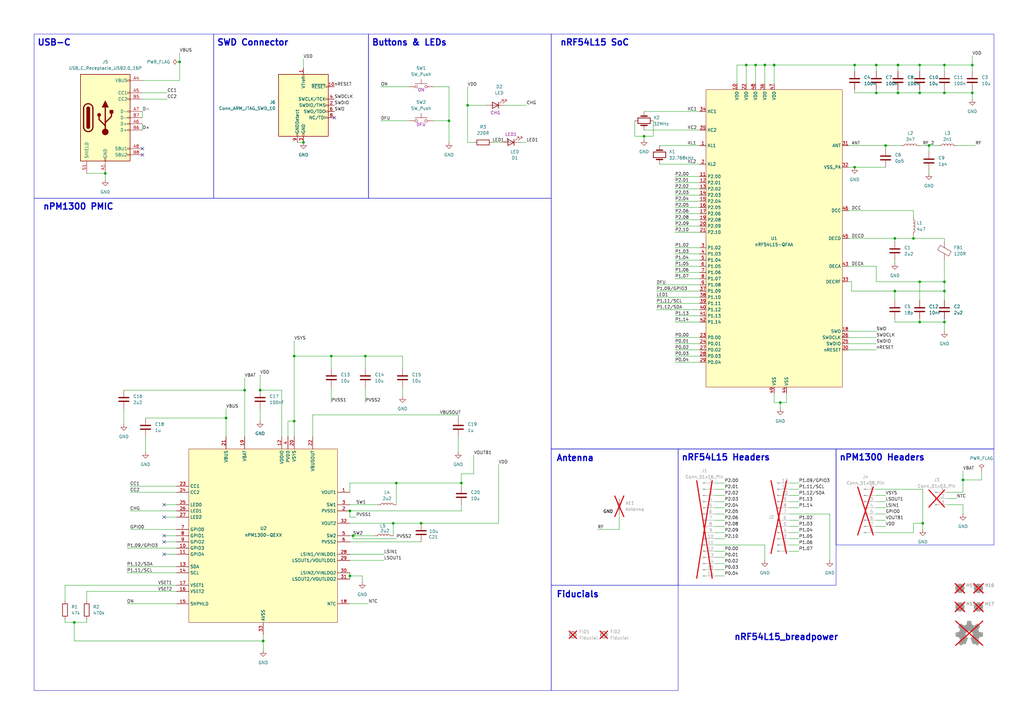
<source format=kicad_sch>
(kicad_sch (version 20231120) (generator "eeschema") (generator_version "8.0")
  (paper "A3")
  (title_block (title "nRF54L15_breadpower") (date "2024-02-21") (rev "0.0.1"))
  (lib_symbols
    (symbol "Connector:Conn_01x03_Pin" (pin_names (offset 1.016) hide)
      (property "Reference" "J" (at 0 5.08 0))
      (property "Value" "Conn_01x03_Pin" (at 0 -5.08 0))
      (symbol "Conn_01x03_Pin_1_1"
        (pin passive line (at 5.08 2.54 180) (length 3.81) (name "Pin_1") (number "1"))
        (pin passive line (at 5.08 0 180) (length 3.81) (name "Pin_2") (number "2"))
        (pin passive line (at 5.08 -2.54 180) (length 3.81) (name "Pin_3") (number "3"))
      )
    )
    (symbol "Connector:Conn_01x08_Pin" (pin_names (offset 1.016) hide)
      (property "Reference" "J" (at 0 10.16 0))
      (property "Value" "Conn_01x08_Pin" (at 0 -12.7 0))
      (symbol "Conn_01x08_Pin_1_1"
        (pin passive line (at 5.08 7.62 180) (length 3.81) (name "Pin_1") (number "1"))
        (pin passive line (at 5.08 5.08 180) (length 3.81) (name "Pin_2") (number "2"))
        (pin passive line (at 5.08 2.54 180) (length 3.81) (name "Pin_3") (number "3"))
        (pin passive line (at 5.08 0 180) (length 3.81) (name "Pin_4") (number "4"))
        (pin passive line (at 5.08 -2.54 180) (length 3.81) (name "Pin_5") (number "5"))
        (pin passive line (at 5.08 -5.08 180) (length 3.81) (name "Pin_6") (number "6"))
        (pin passive line (at 5.08 -7.62 180) (length 3.81) (name "Pin_7") (number "7"))
        (pin passive line (at 5.08 -10.16 180) (length 3.81) (name "Pin_8") (number "8"))
      )
    )
    (symbol "Connector:Conn_01x12_Pin" (pin_names (offset 1.016) hide)
      (property "Reference" "J" (at 0 15.24 0))
      (property "Value" "Conn_01x12_Pin" (at 0 -17.78 0))
      (symbol "Conn_01x12_Pin_1_1"
        (pin passive line (at 5.08 12.7 180) (length 3.81) (name "Pin_1") (number "1"))
        (pin passive line (at 5.08 -10.16 180) (length 3.81) (name "Pin_10") (number "10"))
        (pin passive line (at 5.08 -12.7 180) (length 3.81) (name "Pin_11") (number "11"))
        (pin passive line (at 5.08 -15.24 180) (length 3.81) (name "Pin_12") (number "12"))
        (pin passive line (at 5.08 10.16 180) (length 3.81) (name "Pin_2") (number "2"))
        (pin passive line (at 5.08 7.62 180) (length 3.81) (name "Pin_3") (number "3"))
        (pin passive line (at 5.08 5.08 180) (length 3.81) (name "Pin_4") (number "4"))
        (pin passive line (at 5.08 2.54 180) (length 3.81) (name "Pin_5") (number "5"))
        (pin passive line (at 5.08 0 180) (length 3.81) (name "Pin_6") (number "6"))
        (pin passive line (at 5.08 -2.54 180) (length 3.81) (name "Pin_7") (number "7"))
        (pin passive line (at 5.08 -5.08 180) (length 3.81) (name "Pin_8") (number "8"))
        (pin passive line (at 5.08 -7.62 180) (length 3.81) (name "Pin_9") (number "9"))
      )
    )
    (symbol "Connector:Conn_01x16_Pin" (pin_names (offset 1.016) hide)
      (property "Reference" "J" (at 0 20.32 0))
      (property "Value" "Conn_01x16_Pin" (at 0 -22.86 0))
      (symbol "Conn_01x16_Pin_1_1"
        (pin passive line (at 5.08 17.78 180) (length 3.81) (name "Pin_1") (number "1"))
        (pin passive line (at 5.08 -5.08 180) (length 3.81) (name "Pin_10") (number "10"))
        (pin passive line (at 5.08 -7.62 180) (length 3.81) (name "Pin_11") (number "11"))
        (pin passive line (at 5.08 -10.16 180) (length 3.81) (name "Pin_12") (number "12"))
        (pin passive line (at 5.08 -12.7 180) (length 3.81) (name "Pin_13") (number "13"))
        (pin passive line (at 5.08 -15.24 180) (length 3.81) (name "Pin_14") (number "14"))
        (pin passive line (at 5.08 -17.78 180) (length 3.81) (name "Pin_15") (number "15"))
        (pin passive line (at 5.08 -20.32 180) (length 3.81) (name "Pin_16") (number "16"))
        (pin passive line (at 5.08 15.24 180) (length 3.81) (name "Pin_2") (number "2"))
        (pin passive line (at 5.08 12.7 180) (length 3.81) (name "Pin_3") (number "3"))
        (pin passive line (at 5.08 10.16 180) (length 3.81) (name "Pin_4") (number "4"))
        (pin passive line (at 5.08 7.62 180) (length 3.81) (name "Pin_5") (number "5"))
        (pin passive line (at 5.08 5.08 180) (length 3.81) (name "Pin_6") (number "6"))
        (pin passive line (at 5.08 2.54 180) (length 3.81) (name "Pin_7") (number "7"))
        (pin passive line (at 5.08 0 180) (length 3.81) (name "Pin_8") (number "8"))
        (pin passive line (at 5.08 -2.54 180) (length 3.81) (name "Pin_9") (number "9"))
      )
    )
    (symbol "Connector:Conn_ARM_JTAG_SWD_10" (pin_names (offset 1.016))
      (property "Reference" "J" (at -2.54 16.51 0))
      (property "Value" "Conn_ARM_JTAG_SWD_10" (at -2.54 13.97 0))
      (symbol "Conn_ARM_JTAG_SWD_10_1_1"
        (pin power_in line (at 0 15.24 270) (length 2.54) (name "VTref") (number "1"))
        (pin open_collector line (at 12.7 7.62 180) (length 2.54) (name "~{RESET}") (number "10"))
        (pin bidirectional line (at 12.7 0 180) (length 2.54) (name "SWDIO/TMS") (number "2"))
        (pin power_in line (at 0 -15.24 90) (length 2.54) (name "GND") (number "3"))
        (pin output line (at 12.7 2.54 180) (length 2.54) (name "SWCLK/TCK") (number "4"))
        (pin passive line (at 0 -15.24 90) (length 2.54) hide (name "GND") (number "5"))
        (pin input line (at 12.7 -2.54 180) (length 2.54) (name "SWO/TDO") (number "6"))
        (pin no_connect line (at -10.16 0 0) (length 2.54) hide (name "KEY") (number "7"))
        (pin output line (at 12.7 -5.08 180) (length 2.54) (name "NC/TDI") (number "8"))
        (pin passive line (at -2.54 -15.24 90) (length 2.54) (name "GNDDetect") (number "9"))
      )
    )
    (symbol "Connector:USB_C_Receptacle_USB2.0_16P" (pin_names (offset 1.016))
      (property "Reference" "J" (at 0 22.225 0))
      (property "Value" "USB_C_Receptacle_USB2.0_16P" (at 0 19.685 0))
      (symbol "USB_C_Receptacle_USB2.0_16P_1_1"
        (pin passive line (at 0 -22.86 90) (length 5.08) (name "GND") (number "A1"))
        (pin passive line (at 0 -22.86 90) (length 5.08) hide (name "GND") (number "A12"))
        (pin passive line (at 15.24 15.24 180) (length 5.08) (name "VBUS") (number "A4"))
        (pin bidirectional line (at 15.24 10.16 180) (length 5.08) (name "CC1") (number "A5"))
        (pin bidirectional line (at 15.24 -2.54 180) (length 5.08) (name "D+") (number "A6"))
        (pin bidirectional line (at 15.24 2.54 180) (length 5.08) (name "D-") (number "A7"))
        (pin bidirectional line (at 15.24 -12.7 180) (length 5.08) (name "SBU1") (number "A8"))
        (pin passive line (at 15.24 15.24 180) (length 5.08) hide (name "VBUS") (number "A9"))
        (pin passive line (at 0 -22.86 90) (length 5.08) hide (name "GND") (number "B1"))
        (pin passive line (at 0 -22.86 90) (length 5.08) hide (name "GND") (number "B12"))
        (pin passive line (at 15.24 15.24 180) (length 5.08) hide (name "VBUS") (number "B4"))
        (pin bidirectional line (at 15.24 7.62 180) (length 5.08) (name "CC2") (number "B5"))
        (pin bidirectional line (at 15.24 -5.08 180) (length 5.08) (name "D+") (number "B6"))
        (pin bidirectional line (at 15.24 0 180) (length 5.08) (name "D-") (number "B7"))
        (pin bidirectional line (at 15.24 -15.24 180) (length 5.08) (name "SBU2") (number "B8"))
        (pin passive line (at 15.24 15.24 180) (length 5.08) hide (name "VBUS") (number "B9"))
        (pin passive line (at -7.62 -22.86 90) (length 5.08) (name "SHIELD") (number "S1"))
      )
    )
    (symbol "Crystal_1" (pin_numbers hide) (pin_names (offset 1.016) hide)
      (property "Reference" "X2" (at 1.2701 -3.81 90))
      (property "Value" "32MHz" (at -1.2699 -3.81 90))
      (symbol "Crystal_1_1_1"
        (pin passive line (at -3.81 0 0) (length 1.27) (name "1") (number "1"))
        (pin passive line (at 0 -3.81 90) (length 1.27) (name "2") (number "2"))
        (pin passive line (at 3.81 0 180) (length 1.27) (name "3") (number "3"))
        (pin passive line (at 0 3.81 270) (length 1.27) (name "4") (number "4"))
      )
    )
    (symbol "Device:Antenna" (pin_numbers hide) (pin_names (offset 1.016) hide)
      (property "Reference" "AE1" (at 2.54 0.6351 0))
      (property "Value" "Antenna" (at 2.54 -1.9049 0))
      (symbol "Antenna_1_1"
        (pin input line (at 0 -5.08 90) (length 2.54) (name "A") (number "1"))
        (pin passive line (at -2.54 -3.81 0) (length 2.54) hide (name "GND") (number "2"))
      )
    )
    (symbol "Device:C" (pin_numbers hide) (pin_names (offset 0.254))
      (property "Reference" "C" (at 0.635 2.54 0))
      (property "Value" "C" (at 0.635 -2.54 0))
      (symbol "C_1_1"
        (pin passive line (at 0 3.81 270) (length 2.794) (name "~") (number "1"))
        (pin passive line (at 0 -3.81 90) (length 2.794) (name "~") (number "2"))
      )
    )
    (symbol "Device:Crystal" (pin_numbers hide) (pin_names (offset 1.016) hide)
      (property "Reference" "Y" (at 0 3.81 0))
      (property "Value" "Crystal" (at 0 -3.81 0))
      (symbol "Crystal_1_1"
        (pin passive line (at -3.81 0 0) (length 1.27) (name "1") (number "1"))
        (pin passive line (at 3.81 0 180) (length 1.27) (name "2") (number "2"))
      )
    )
    (symbol "Device:FerriteBead" (pin_numbers hide) (pin_names (offset 0))
      (property "Reference" "FB" (at -3.81 0.635 90))
      (property "Value" "FerriteBead" (at 3.81 0 90))
      (symbol "FerriteBead_1_1"
        (pin passive line (at 0 3.81 270) (length 2.54) (name "~") (number "1"))
        (pin passive line (at 0 -3.81 90) (length 2.54) (name "~") (number "2"))
      )
    )
    (symbol "Device:L" (pin_numbers hide) (pin_names (offset 1.016) hide)
      (property "Reference" "L" (at -1.27 0 90))
      (property "Value" "L" (at 1.905 0 90))
      (symbol "L_1_1"
        (pin passive line (at 0 3.81 270) (length 1.27) (name "1") (number "1"))
        (pin passive line (at 0 -3.81 90) (length 1.27) (name "2") (number "2"))
      )
    )
    (symbol "Device:LED" (pin_numbers hide) (pin_names (offset 1.016) hide)
      (property "Reference" "D" (at 0 2.54 0))
      (property "Value" "LED" (at 0 -2.54 0))
      (symbol "LED_1_1"
        (pin passive line (at -3.81 0 0) (length 2.54) (name "K") (number "1"))
        (pin passive line (at 3.81 0 180) (length 2.54) (name "A") (number "2"))
      )
    )
    (symbol "Device:R" (pin_numbers hide) (pin_names (offset 0))
      (property "Reference" "R" (at 2.032 0 90))
      (property "Value" "R" (at 0 0 90))
      (symbol "R_1_1"
        (pin passive line (at 0 3.81 270) (length 1.27) (name "~") (number "1"))
        (pin passive line (at 0 -3.81 90) (length 1.27) (name "~") (number "2"))
      )
    )
    (symbol "GND_1" (power) (pin_numbers hide) (pin_names (offset 0) hide)
      (property "Value" "GND" (at 0 -3.81 0))
      (symbol "GND_1_1_1"
        (pin power_in line (at 0 0 270) (length 0) (name "~") (number "1"))
      )
    )
    (symbol "GND_2" (power) (pin_numbers hide) (pin_names (offset 0) hide)
      (property "Value" "GND" (at 0 -3.81 0))
      (symbol "GND_2_1_1"
        (pin power_in line (at 0 0 270) (length 0) (name "~") (number "1"))
      )
    )
    (symbol "GND_3" (power) (pin_numbers hide) (pin_names (offset 0) hide)
      (property "Value" "GND" (at 0 -3.81 0))
      (symbol "GND_3_1_1"
        (pin power_in line (at 0 0 270) (length 0) (name "~") (number "1"))
      )
    )
    (symbol "GND_4" (power) (pin_numbers hide) (pin_names (offset 0) hide)
      (property "Value" "GND" (at 0 -3.81 0))
      (symbol "GND_4_1_1"
        (pin power_in line (at 0 0 270) (length 0) (name "~") (number "1"))
      )
    )
    (symbol "GND_5" (power) (pin_numbers hide) (pin_names (offset 0) hide)
      (property "Value" "GND" (at 0 -3.81 0))
      (symbol "GND_5_1_1"
        (pin power_in line (at 0 0 270) (length 0) (name "~") (number "1"))
      )
    )
    (symbol "GND_6" (power) (pin_numbers hide) (pin_names (offset 0) hide)
      (property "Value" "GND" (at 0 -3.81 0))
      (symbol "GND_6_1_1"
        (pin power_in line (at 0 0 270) (length 0) (name "~") (number "1"))
      )
    )
    (symbol "GND_7" (power) (pin_numbers hide) (pin_names (offset 0) hide)
      (property "Value" "GND" (at 0 -3.81 0))
      (symbol "GND_7_1_1"
        (pin power_in line (at 0 0 270) (length 0) (name "~") (number "1"))
      )
    )
    (symbol "GND_8" (power) (pin_numbers hide) (pin_names (offset 0) hide)
      (property "Value" "GND" (at 0 -3.81 0))
      (symbol "GND_8_1_1"
        (pin power_in line (at 0 0 270) (length 0) (name "~") (number "1"))
      )
    )
    (symbol "Graphic:Logo_Open_Hardware_Small" (in_bom no) (on_board no))
    (symbol "Mechanical:Fiducial" (exclude_from_sim yes) (in_bom no)
      (property "Reference" "FID" (at 0 5.08 0))
      (property "Value" "Fiducial" (at 0 3.175 0))
    )
    (symbol "Mechanical:MountingHole" (pin_names (offset 1.016))
      (property "Reference" "H" (at 0 5.08 0))
      (property "Value" "MountingHole" (at 0 3.175 0))
    )
    (symbol "PCM_nordic-lib-kicad-npm:nPM1300-QEXX"
      (property "Reference" "U" (at 0 0 0))
      (property "Value" "nPM1300-QEXX" (at 0 -2.54 0))
      (symbol "nPM1300-QEXX_0_0"
        (pin power_out line (at 35.56 17.78 180) (length 5.08) (name "VOUT1") (number "1"))
        (pin bidirectional line (at -35.56 -5.08 0) (length 5.08) (name "GPIO3") (number "10"))
        (pin bidirectional line (at -35.56 -7.62 0) (length 5.08) (name "GPIO4") (number "11"))
        (pin power_in line (at 7.62 40.64 270) (length 5.08) (name "VDDIO") (number "12"))
        (pin bidirectional line (at -35.56 -12.7 0) (length 5.08) (name "SDA") (number "13"))
        (pin bidirectional line (at -35.56 -15.24 0) (length 5.08) (name "SCL") (number "14"))
        (pin input line (at -35.56 -27.94 0) (length 5.08) (name "SHPHLD") (number "15"))
        (pin passive line (at -35.56 -22.86 0) (length 5.08) (name "VSET2") (number "16"))
        (pin passive line (at -35.56 -20.32 0) (length 5.08) (name "VSET1") (number "17"))
        (pin passive line (at 35.56 -27.94 180) (length 5.08) (name "NTC") (number "18"))
        (pin power_in line (at -7.62 40.64 270) (length 5.08) (name "VBAT") (number "19"))
        (pin power_out line (at 12.7 40.64 270) (length 5.08) (name "VSYS") (number "20"))
        (pin power_in line (at -15.24 40.64 270) (length 5.08) (name "VBUS") (number "21"))
        (pin power_out line (at 20.32 40.64 270) (length 5.08) (name "VBUSOUT") (number "22"))
        (pin bidirectional line (at -35.56 20.32 0) (length 5.08) (name "CC1") (number "23"))
        (pin bidirectional line (at -35.56 17.78 0) (length 5.08) (name "CC2") (number "24"))
        (pin open_collector line (at -35.56 12.7 0) (length 5.08) (name "LED0") (number "25"))
        (pin open_collector line (at -35.56 10.16 0) (length 5.08) (name "LED1") (number "26"))
        (pin open_collector line (at -35.56 7.62 0) (length 5.08) (name "LED2") (number "27"))
        (pin output line (at 35.56 -10.16 180) (length 5.08) (name "LSOUT1/VOUTLDO1") (number "29"))
        (pin passive line (at 35.56 12.7 180) (length 5.08) (name "SW1") (number "3"))
        (pin input line (at 35.56 -15.24 180) (length 5.08) (name "LSIN2/VINLDO2") (number "30"))
        (pin output line (at 35.56 -17.78 180) (length 5.08) (name "LSOUT2/VOUTLDO2") (number "31"))
        (pin power_out line (at 35.56 5.08 180) (length 5.08) (name "VOUT2") (number "32"))
        (pin power_in line (at 0 -40.64 90) (length 5.08) (name "AVSS") (number "33"))
        (pin power_in line (at 10.16 40.64 270) (length 5.08) (name "PVDD") (number "4"))
        (pin passive line (at 35.56 0 180) (length 5.08) (name "SW2") (number "5"))
        (pin bidirectional line (at -35.56 2.54 0) (length 5.08) (name "GPIO0") (number "7"))
        (pin bidirectional line (at -35.56 0 0) (length 5.08) (name "GPIO1") (number "8"))
        (pin bidirectional line (at -35.56 -2.54 0) (length 5.08) (name "GPIO2") (number "9"))
      )
      (symbol "nPM1300-QEXX_1_0"
        (pin power_in line (at 35.56 10.16 180) (length 5.08) (name "PVSS1") (number "2"))
        (pin input line (at 35.56 -7.62 180) (length 5.08) (name "LSIN1/VINLDO1") (number "28"))
        (pin power_in line (at 35.56 -2.54 180) (length 5.08) (name "PVSS2") (number "6"))
      )
    )
    (symbol "Switch:SW_Push" (pin_numbers hide) (pin_names (offset 1.016) hide)
      (property "Reference" "SW" (at 1.27 2.54 0))
      (property "Value" "SW_Push" (at 0 -1.524 0))
      (symbol "SW_Push_0_1"
        (pin passive line (at -5.08 0 0) (length 2.54) (name "1") (number "1"))
        (pin passive line (at 5.08 0 180) (length 2.54) (name "2") (number "2"))
      )
    )
    (symbol "nRF54L15_Library:nRF54L15-QFN48"
      (property "Reference" "U1" (at 0 0 0))
      (property "Value" "nRF54L15-QFAA" (at 0 -2.54 0))
      (symbol "nRF54L15-QFN48_0_0"
        (pin power_in line (at -15.24 63.5 270) (length 2.54) (name "VDD") (number "10"))
        (pin bidirectional line (at -30.48 25.4 0) (length 2.54) (name "P2.00") (number "11"))
        (pin bidirectional line (at -30.48 22.86 0) (length 2.54) (name "P2.01") (number "12"))
        (pin bidirectional line (at -30.48 20.32 0) (length 2.54) (name "P2.02") (number "13"))
        (pin bidirectional line (at -30.48 17.78 0) (length 2.54) (name "P2.03") (number "14"))
        (pin bidirectional line (at -30.48 15.24 0) (length 2.54) (name "P2.04") (number "15"))
        (pin bidirectional line (at -30.48 12.7 0) (length 2.54) (name "P2.05") (number "16"))
        (pin bidirectional line (at -30.48 10.16 0) (length 2.54) (name "P2.06") (number "17"))
        (pin bidirectional line (at 30.48 -38.1 180) (length 2.54) (name "SWO") (number "18"))
        (pin bidirectional line (at -30.48 7.62 0) (length 2.54) (name "P2.08") (number "19"))
        (pin input line (at -30.48 30.48 0) (length 2.54) (name "XL2") (number "2"))
        (pin bidirectional line (at -30.48 5.08 0) (length 2.54) (name "P2.09") (number "20"))
        (pin power_in line (at -11.43 63.5 270) (length 2.54) (name "VDD") (number "22"))
        (pin bidirectional line (at -30.48 -40.64 0) (length 2.54) (name "P0.00") (number "23"))
        (pin bidirectional line (at -30.48 -45.72 0) (length 2.54) (name "P0.02") (number "27"))
        (pin bidirectional line (at -30.48 -48.26 0) (length 2.54) (name "P0.03") (number "28"))
        (pin bidirectional line (at -30.48 -50.8 0) (length 2.54) (name "P0.04") (number "29"))
        (pin bidirectional line (at -30.48 -3.81 0) (length 2.54) (name "P1.02") (number "3"))
        (pin bidirectional line (at 30.48 -45.72 180) (length 2.54) (name "nRESET") (number "30"))
        (pin input line (at -30.48 52.07 0) (length 2.54) (name "XC1") (number "34"))
        (pin input line (at -30.48 44.45 0) (length 2.54) (name "XC2") (number "35"))
        (pin bidirectional line (at -30.48 -21.59 0) (length 2.54) (name "P1.09") (number "37"))
        (pin bidirectional line (at -30.48 -24.13 0) (length 2.54) (name "P1.10") (number "38"))
        (pin bidirectional line (at -30.48 -26.67 0) (length 2.54) (name "P1.11") (number "39"))
        (pin bidirectional line (at -30.48 -6.35 0) (length 2.54) (name "P1.03") (number "4"))
        (pin bidirectional line (at -30.48 -29.21 0) (length 2.54) (name "P1.12") (number "40"))
        (pin bidirectional line (at -30.48 -31.75 0) (length 2.54) (name "P1.13") (number "41"))
        (pin bidirectional line (at -30.48 -34.29 0) (length 2.54) (name "P1.14") (number "42"))
        (pin passive line (at 30.48 -11.43 180) (length 2.54) (name "DECA") (number "43"))
        (pin passive line (at 30.48 0 180) (length 2.54) (name "DECD") (number "45"))
        (pin power_in line (at 0 63.5 270) (length 2.54) (name "VDD") (number "47"))
        (pin bidirectional line (at -30.48 -8.89 0) (length 2.54) (name "P1.04") (number "5"))
        (pin bidirectional line (at -30.48 -11.43 0) (length 2.54) (name "P1.05") (number "6"))
        (pin bidirectional line (at -30.48 -13.97 0) (length 2.54) (name "P1.06") (number "7"))
        (pin bidirectional line (at -30.48 -16.51 0) (length 2.54) (name "P1.07") (number "8"))
        (pin bidirectional line (at -30.48 -19.05 0) (length 2.54) (name "P1.08") (number "9"))
      )
      (symbol "nRF54L15-QFN48_1_0"
        (pin input line (at -30.48 38.1 0) (length 2.54) (name "XL1") (number "1"))
        (pin bidirectional line (at -30.48 2.54 0) (length 2.54) (name "P2.10") (number "21"))
        (pin bidirectional line (at -30.48 -43.18 0) (length 2.54) (name "P0.01") (number "24"))
        (pin bidirectional line (at 30.48 -43.18 180) (length 2.54) (name "SWDIO") (number "25"))
        (pin bidirectional line (at 30.48 -40.64 180) (length 2.54) (name "SWDCLK") (number "26"))
        (pin power_out line (at 30.48 38.1 180) (length 2.54) (name "ANT") (number "31"))
        (pin power_in line (at 30.48 29.21 180) (length 2.54) (name "VSS_PA") (number "32"))
        (pin passive line (at 30.48 -17.78 180) (length 2.54) (name "DECRF") (number "33"))
        (pin power_in line (at -3.81 63.5 270) (length 2.54) (name "VDD") (number "36"))
        (pin power_in line (at 5.08 -63.5 90) (length 2.54) (name "VSS") (number "44"))
        (pin passive line (at 30.48 11.43 180) (length 2.54) (name "DCC") (number "46"))
        (pin power_in line (at -7.62 63.5 270) (length 2.54) (name "VDD") (number "48"))
        (pin power_in line (at 0 -63.5 90) (length 2.54) (name "VSS") (number "49"))
      )
    )
    (symbol "power:GND" (power) (pin_numbers hide) (pin_names (offset 0) hide)
      (property "Value" "GND" (at 0 -3.81 0))
      (symbol "GND_1_1"
        (pin power_in line (at 0 0 270) (length 0) (name "~") (number "1"))
      )
    )
    (symbol "power:PWR_FLAG" (power) (pin_numbers hide) (pin_names (offset 0) hide)
      (property "Value" "PWR_FLAG" (at 0 3.81 0))
      (symbol "PWR_FLAG_0_0"
        (pin power_out line (at 0 0 90) (length 0) (name "~") (number "1"))
      )
    )
  )
  (junction (at 264.16 55.88))
  (junction (at 359.41 38.1))
  (junction (at 144.78 219.71))
  (junction (at 189.23 198.12))
  (junction (at 172.72 214.63))
  (junction (at 184.15 49.53))
  (junction (at 143.51 236.22))
  (junction (at 377.19 38.1))
  (junction (at 398.78 38.1))
  (junction (at 313.69 26.67))
  (junction (at 377.19 115.57))
  (junction (at 387.35 38.1))
  (junction (at 135.89 146.05))
  (junction (at 100.33 160.02))
  (junction (at 120.65 146.05))
  (junction (at 30.48 255.27))
  (junction (at 191.77 43.18))
  (junction (at 368.3 26.67))
  (junction (at 317.5 26.67))
  (junction (at 359.41 26.67))
  (junction (at 387.35 119.38))
  (junction (at 381 59.69))
  (junction (at 107.95 262.89))
  (junction (at 350.52 26.67))
  (junction (at 161.29 214.63))
  (junction (at 143.51 209.55))
  (junction (at 309.88 26.67))
  (junction (at 367.03 119.38))
  (junction (at 120.65 172.72))
  (junction (at 378.46 214.63))
  (junction (at 374.65 97.79))
  (junction (at 387.35 115.57))
  (junction (at 124.46 58.42))
  (junction (at 320.04 165.1))
  (junction (at 350.52 68.58))
  (junction (at 149.86 146.05))
  (junction (at 387.35 132.08))
  (junction (at 387.35 26.67))
  (junction (at 306.07 26.67))
  (junction (at 43.18 71.12))
  (junction (at 398.78 26.67))
  (junction (at 377.19 132.08))
  (junction (at 106.68 160.02))
  (junction (at 377.19 26.67))
  (junction (at 92.71 171.45))
  (junction (at 367.03 97.79))
  (junction (at 73.66 25.4))
  (junction (at 368.3 38.1))
  (junction (at 394.97 196.85))
  (junction (at 363.22 59.69))
  (junction (at 162.56 198.12))
  (no_connect (at 67.31 222.25))
  (no_connect (at 67.31 207.01))
  (no_connect (at 58.42 60.96))
  (no_connect (at 67.31 227.33))
  (no_connect (at 67.31 212.09))
  (no_connect (at 67.31 219.71))
  (no_connect (at 58.42 63.5))
  (no_connect (at 137.16 48.26))
  (wire (pts (xy 189.23 194.31) (xy 194.31 194.31)))
  (wire (pts (xy 367.03 99.06) (xy 367.03 97.79)))
  (wire (pts (xy 359.41 218.44) (xy 374.65 218.44)))
  (wire (pts (xy 144.78 220.98) (xy 144.78 219.71)))
  (wire (pts (xy 377.19 59.69) (xy 381 59.69)))
  (wire (pts (xy 26.67 240.03) (xy 72.39 240.03)))
  (wire (pts (xy 359.41 109.22) (xy 359.41 115.57)))
  (wire (pts (xy 143.51 214.63) (xy 161.29 214.63)))
  (wire (pts (xy 317.5 161.29) (xy 317.5 165.1)))
  (wire (pts (xy 327.66 198.12) (xy 323.85 198.12)))
  (wire (pts (xy 59.69 171.45) (xy 92.71 171.45)))
  (wire (pts (xy 172.72 214.63) (xy 204.47 214.63)))
  (wire (pts (xy 297.18 220.98) (xy 293.37 220.98)))
  (wire (pts (xy 135.89 158.75) (xy 135.89 165.1)))
  (wire (pts (xy 309.88 26.67) (xy 306.07 26.67)))
  (wire (pts (xy 35.56 246.38) (xy 35.56 242.57)))
  (wire (pts (xy 327.66 218.44) (xy 323.85 218.44)))
  (wire (pts (xy 269.24 127) (xy 287.02 127)))
  (wire (pts (xy 327.66 220.98) (xy 323.85 220.98)))
  (wire (pts (xy 359.41 205.74) (xy 363.22 205.74)))
  (wire (pts (xy 143.51 236.22) (xy 143.51 237.49)))
  (wire (pts (xy 387.35 97.79) (xy 374.65 97.79)))
  (wire (pts (xy 297.18 231.14) (xy 293.37 231.14)))
  (wire (pts (xy 50.8 160.02) (xy 100.33 160.02)))
  (wire (pts (xy 276.86 77.47) (xy 287.02 77.47)))
  (wire (pts (xy 387.35 36.83) (xy 387.35 38.1)))
  (wire (pts (xy 367.03 119.38) (xy 387.35 119.38)))
  (wire (pts (xy 320.04 165.1) (xy 320.04 167.64)))
  (wire (pts (xy 394.97 196.85) (xy 394.97 201.93)))
  (wire (pts (xy 297.18 213.36) (xy 293.37 213.36)))
  (wire (pts (xy 115.57 160.02) (xy 106.68 160.02)))
  (wire (pts (xy 156.21 35.56) (xy 167.64 35.56)))
  (wire (pts (xy 120.65 146.05) (xy 135.89 146.05)))
  (wire (pts (xy 327.66 200.66) (xy 323.85 200.66)))
  (wire (pts (xy 347.98 115.57) (xy 349.25 115.57)))
  (wire (pts (xy 161.29 214.63) (xy 161.29 219.71)))
  (wire (pts (xy 52.07 247.65) (xy 72.39 247.65)))
  (wire (pts (xy 156.21 49.53) (xy 167.64 49.53)))
  (wire (pts (xy 92.71 167.64) (xy 92.71 171.45)))
  (wire (pts (xy 347.98 135.89) (xy 359.41 135.89)))
  (wire (pts (xy 52.07 232.41) (xy 72.39 232.41)))
  (wire (pts (xy 323.85 226.06) (xy 327.66 226.06)))
  (wire (pts (xy 387.35 26.67) (xy 387.35 29.21)))
  (wire (pts (xy 184.15 35.56) (xy 184.15 49.53)))
  (wire (pts (xy 276.86 104.14) (xy 287.02 104.14)))
  (wire (pts (xy 276.86 111.76) (xy 287.02 111.76)))
  (wire (pts (xy 394.97 193.04) (xy 394.97 196.85)))
  (wire (pts (xy 276.86 80.01) (xy 287.02 80.01)))
  (wire (pts (xy 205.74 58.42) (xy 201.93 58.42)))
  (wire (pts (xy 107.95 266.7) (xy 107.95 262.89)))
  (wire (pts (xy 359.41 36.83) (xy 359.41 38.1)))
  (wire (pts (xy 297.18 233.68) (xy 293.37 233.68)))
  (wire (pts (xy 264.16 55.88) (xy 264.16 57.15)))
  (wire (pts (xy 350.52 26.67) (xy 350.52 29.21)))
  (wire (pts (xy 187.96 179.07) (xy 187.96 185.42)))
  (wire (pts (xy 297.18 228.6) (xy 293.37 228.6)))
  (wire (pts (xy 347.98 138.43) (xy 359.41 138.43)))
  (wire (pts (xy 347.98 97.79) (xy 367.03 97.79)))
  (wire (pts (xy 347.98 109.22) (xy 359.41 109.22)))
  (wire (pts (xy 276.86 92.71) (xy 287.02 92.71)))
  (wire (pts (xy 293.37 223.52) (xy 313.69 223.52)))
  (wire (pts (xy 374.65 214.63) (xy 378.46 214.63)))
  (wire (pts (xy 107.95 262.89) (xy 107.95 260.35)))
  (wire (pts (xy 30.48 262.89) (xy 107.95 262.89)))
  (wire (pts (xy 189.23 199.39) (xy 189.23 198.12)))
  (wire (pts (xy 387.35 132.08) (xy 377.19 132.08)))
  (wire (pts (xy 30.48 255.27) (xy 30.48 262.89)))
  (wire (pts (xy 374.65 218.44) (xy 374.65 214.63)))
  (wire (pts (xy 189.23 194.31) (xy 189.23 198.12)))
  (wire (pts (xy 359.41 215.9) (xy 363.22 215.9)))
  (wire (pts (xy 387.35 99.06) (xy 387.35 97.79)))
  (wire (pts (xy 378.46 200.66) (xy 378.46 214.63)))
  (wire (pts (xy 100.33 154.94) (xy 100.33 160.02)))
  (wire (pts (xy 297.18 208.28) (xy 293.37 208.28)))
  (wire (pts (xy 377.19 26.67) (xy 387.35 26.67)))
  (wire (pts (xy 387.35 38.1) (xy 398.78 38.1)))
  (wire (pts (xy 135.89 146.05) (xy 149.86 146.05)))
  (wire (pts (xy 359.41 213.36) (xy 363.22 213.36)))
  (wire (pts (xy 363.22 59.69) (xy 347.98 59.69)))
  (wire (pts (xy 317.5 26.67) (xy 313.69 26.67)))
  (wire (pts (xy 381 59.69) (xy 384.81 59.69)))
  (wire (pts (xy 162.56 220.98) (xy 144.78 220.98)))
  (wire (pts (xy 191.77 35.56) (xy 191.77 43.18)))
  (wire (pts (xy 327.66 205.74) (xy 323.85 205.74)))
  (wire (pts (xy 378.46 214.63) (xy 378.46 217.17)))
  (wire (pts (xy 276.86 140.97) (xy 287.02 140.97)))
  (wire (pts (xy 367.03 119.38) (xy 367.03 123.19)))
  (wire (pts (xy 245.11 217.17) (xy 254 217.17)))
  (wire (pts (xy 204.47 190.5) (xy 204.47 214.63)))
  (wire (pts (xy 53.34 199.39) (xy 72.39 199.39)))
  (wire (pts (xy 359.41 208.28) (xy 363.22 208.28)))
  (wire (pts (xy 359.41 26.67) (xy 359.41 29.21)))
  (wire (pts (xy 26.67 255.27) (xy 30.48 255.27)))
  (wire (pts (xy 402.59 196.85) (xy 394.97 196.85)))
  (wire (pts (xy 143.51 234.95) (xy 143.51 236.22)))
  (wire (pts (xy 347.98 68.58) (xy 350.52 68.58)))
  (wire (pts (xy 368.3 38.1) (xy 377.19 38.1)))
  (wire (pts (xy 302.26 34.29) (xy 302.26 26.67)))
  (wire (pts (xy 350.52 26.67) (xy 359.41 26.67)))
  (wire (pts (xy 327.66 215.9) (xy 323.85 215.9)))
  (wire (pts (xy 67.31 227.33) (xy 72.39 227.33)))
  (wire (pts (xy 67.31 207.01) (xy 72.39 207.01)))
  (wire (pts (xy 73.66 21.59) (xy 73.66 25.4)))
  (wire (pts (xy 350.52 68.58) (xy 363.22 68.58)))
  (wire (pts (xy 264.16 45.72) (xy 287.02 45.72)))
  (wire (pts (xy 143.51 207.01) (xy 154.94 207.01)))
  (wire (pts (xy 143.51 219.71) (xy 144.78 219.71)))
  (wire (pts (xy 144.78 219.71) (xy 153.67 219.71)))
  (wire (pts (xy 368.3 26.67) (xy 377.19 26.67)))
  (wire (pts (xy 276.86 109.22) (xy 287.02 109.22)))
  (wire (pts (xy 297.18 203.2) (xy 293.37 203.2)))
  (wire (pts (xy 359.41 115.57) (xy 377.19 115.57)))
  (wire (pts (xy 377.19 38.1) (xy 387.35 38.1)))
  (wire (pts (xy 377.19 123.19) (xy 377.19 115.57)))
  (wire (pts (xy 67.31 222.25) (xy 72.39 222.25)))
  (wire (pts (xy 387.35 26.67) (xy 398.78 26.67)))
  (wire (pts (xy 184.15 49.53) (xy 184.15 58.42)))
  (wire (pts (xy 347.98 143.51) (xy 359.41 143.51)))
  (wire (pts (xy 191.77 58.42) (xy 194.31 58.42)))
  (wire (pts (xy 264.16 53.34) (xy 287.02 53.34)))
  (wire (pts (xy 191.77 43.18) (xy 191.77 58.42)))
  (wire (pts (xy 165.1 158.75) (xy 165.1 162.56)))
  (wire (pts (xy 327.66 223.52) (xy 323.85 223.52)))
  (wire (pts (xy 143.51 209.55) (xy 189.23 209.55)))
  (wire (pts (xy 377.19 26.67) (xy 377.19 29.21)))
  (wire (pts (xy 374.65 96.52) (xy 374.65 97.79)))
  (wire (pts (xy 213.36 58.42) (xy 215.9 58.42)))
  (wire (pts (xy 392.43 59.69) (xy 400.05 59.69)))
  (wire (pts (xy 269.24 116.84) (xy 287.02 116.84)))
  (wire (pts (xy 309.88 34.29) (xy 309.88 26.67)))
  (wire (pts (xy 106.68 167.64) (xy 106.68 172.72)))
  (wire (pts (xy 162.56 198.12) (xy 189.23 198.12)))
  (wire (pts (xy 177.8 49.53) (xy 184.15 49.53)))
  (wire (pts (xy 293.37 200.66) (xy 297.18 200.66)))
  (wire (pts (xy 53.34 217.17) (xy 72.39 217.17)))
  (wire (pts (xy 194.31 186.69) (xy 194.31 194.31)))
  (wire (pts (xy 398.78 29.21) (xy 398.78 26.67)))
  (wire (pts (xy 270.51 59.69) (xy 287.02 59.69)))
  (wire (pts (xy 143.51 227.33) (xy 157.48 227.33)))
  (wire (pts (xy 177.8 35.56) (xy 184.15 35.56)))
  (wire (pts (xy 297.18 215.9) (xy 293.37 215.9)))
  (wire (pts (xy 398.78 38.1) (xy 398.78 40.64)))
  (wire (pts (xy 387.35 119.38) (xy 387.35 123.19)))
  (wire (pts (xy 187.96 170.18) (xy 128.27 170.18)))
  (wire (pts (xy 260.35 55.88) (xy 260.35 49.53)))
  (wire (pts (xy 120.65 172.72) (xy 120.65 146.05)))
  (wire (pts (xy 115.57 179.07) (xy 115.57 160.02)))
  (wire (pts (xy 349.25 115.57) (xy 349.25 119.38)))
  (wire (pts (xy 52.07 224.79) (xy 72.39 224.79)))
  (wire (pts (xy 387.35 130.81) (xy 387.35 132.08)))
  (wire (pts (xy 317.5 34.29) (xy 317.5 26.67)))
  (wire (pts (xy 43.18 73.66) (xy 43.18 71.12)))
  (wire (pts (xy 297.18 226.06) (xy 293.37 226.06)))
  (wire (pts (xy 317.5 26.67) (xy 350.52 26.67)))
  (wire (pts (xy 363.22 59.69) (xy 369.57 59.69)))
  (wire (pts (xy 269.24 124.46) (xy 287.02 124.46)))
  (wire (pts (xy 367.03 130.81) (xy 367.03 132.08)))
  (wire (pts (xy 323.85 210.82) (xy 340.36 210.82)))
  (wire (pts (xy 35.56 255.27) (xy 30.48 255.27)))
  (wire (pts (xy 149.86 146.05) (xy 165.1 146.05)))
  (wire (pts (xy 293.37 236.22) (xy 297.18 236.22)))
  (wire (pts (xy 135.89 146.05) (xy 135.89 151.13)))
  (wire (pts (xy 350.52 36.83) (xy 350.52 38.1)))
  (wire (pts (xy 276.86 114.3) (xy 287.02 114.3)))
  (wire (pts (xy 59.69 179.07) (xy 59.69 185.42)))
  (wire (pts (xy 50.8 167.64) (xy 50.8 173.99)))
  (wire (pts (xy 143.51 229.87) (xy 157.48 229.87)))
  (wire (pts (xy 58.42 40.64) (xy 68.58 40.64)))
  (wire (pts (xy 165.1 146.05) (xy 165.1 151.13)))
  (wire (pts (xy 394.97 207.01) (xy 394.97 210.82)))
  (wire (pts (xy 359.41 203.2) (xy 363.22 203.2)))
  (wire (pts (xy 306.07 26.67) (xy 306.07 34.29)))
  (wire (pts (xy 143.51 198.12) (xy 143.51 201.93)))
  (wire (pts (xy 143.51 222.25) (xy 172.72 222.25)))
  (wire (pts (xy 302.26 26.67) (xy 306.07 26.67)))
  (wire (pts (xy 398.78 22.86) (xy 398.78 26.67)))
  (wire (pts (xy 388.62 204.47) (xy 392.43 204.47)))
  (wire (pts (xy 161.29 214.63) (xy 172.72 214.63)))
  (wire (pts (xy 276.86 138.43) (xy 287.02 138.43)))
  (wire (pts (xy 53.34 201.93) (xy 72.39 201.93)))
  (wire (pts (xy 313.69 26.67) (xy 309.88 26.67)))
  (wire (pts (xy 26.67 255.27) (xy 26.67 254)))
  (wire (pts (xy 313.69 223.52) (xy 313.69 229.87)))
  (wire (pts (xy 387.35 106.68) (xy 387.35 115.57)))
  (wire (pts (xy 100.33 160.02) (xy 100.33 179.07)))
  (wire (pts (xy 58.42 50.8) (xy 58.42 53.34)))
  (wire (pts (xy 26.67 246.38) (xy 26.67 240.03)))
  (wire (pts (xy 52.07 234.95) (xy 72.39 234.95)))
  (wire (pts (xy 377.19 115.57) (xy 387.35 115.57)))
  (wire (pts (xy 377.19 36.83) (xy 377.19 38.1)))
  (wire (pts (xy 35.56 254) (xy 35.56 255.27)))
  (wire (pts (xy 143.51 198.12) (xy 162.56 198.12)))
  (wire (pts (xy 398.78 36.83) (xy 398.78 38.1)))
  (wire (pts (xy 368.3 26.67) (xy 368.3 29.21)))
  (wire (pts (xy 276.86 146.05) (xy 287.02 146.05)))
  (wire (pts (xy 374.65 88.9) (xy 374.65 86.36)))
  (wire (pts (xy 58.42 33.02) (xy 73.66 33.02)))
  (wire (pts (xy 143.51 247.65) (xy 151.13 247.65)))
  (wire (pts (xy 267.97 49.53) (xy 267.97 55.88)))
  (wire (pts (xy 359.41 38.1) (xy 368.3 38.1)))
  (wire (pts (xy 276.86 82.55) (xy 287.02 82.55)))
  (wire (pts (xy 264.16 55.88) (xy 260.35 55.88)))
  (wire (pts (xy 381 69.85) (xy 381 71.12)))
  (wire (pts (xy 207.01 43.18) (xy 215.9 43.18)))
  (wire (pts (xy 340.36 210.82) (xy 340.36 229.87)))
  (wire (pts (xy 349.25 119.38) (xy 367.03 119.38)))
  (wire (pts (xy 367.03 106.68) (xy 367.03 107.95)))
  (wire (pts (xy 276.86 132.08) (xy 287.02 132.08)))
  (wire (pts (xy 359.41 210.82) (xy 363.22 210.82)))
  (wire (pts (xy 254 217.17) (xy 254 212.09)))
  (wire (pts (xy 388.62 207.01) (xy 394.97 207.01)))
  (wire (pts (xy 297.18 198.12) (xy 293.37 198.12)))
  (wire (pts (xy 124.46 24.13) (xy 124.46 27.94)))
  (wire (pts (xy 199.39 43.18) (xy 191.77 43.18)))
  (wire (pts (xy 276.86 143.51) (xy 287.02 143.51)))
  (wire (pts (xy 121.92 58.42) (xy 124.46 58.42)))
  (wire (pts (xy 53.34 209.55) (xy 72.39 209.55)))
  (wire (pts (xy 377.19 130.81) (xy 377.19 132.08)))
  (wire (pts (xy 276.86 87.63) (xy 287.02 87.63)))
  (wire (pts (xy 313.69 34.29) (xy 313.69 26.67)))
  (wire (pts (xy 143.51 236.22) (xy 148.59 236.22)))
  (wire (pts (xy 58.42 45.72) (xy 58.42 48.26)))
  (wire (pts (xy 270.51 67.31) (xy 287.02 67.31)))
  (wire (pts (xy 276.86 85.09) (xy 287.02 85.09)))
  (wire (pts (xy 149.86 146.05) (xy 149.86 151.13)))
  (wire (pts (xy 35.56 242.57) (xy 72.39 242.57)))
  (wire (pts (xy 120.65 172.72) (xy 120.65 179.07)))
  (wire (pts (xy 35.56 71.12) (xy 43.18 71.12)))
  (wire (pts (xy 297.18 218.44) (xy 293.37 218.44)))
  (wire (pts (xy 162.56 198.12) (xy 162.56 207.01)))
  (wire (pts (xy 120.65 139.7) (xy 120.65 146.05)))
  (wire (pts (xy 67.31 219.71) (xy 72.39 219.71)))
  (wire (pts (xy 317.5 165.1) (xy 320.04 165.1)))
  (wire (pts (xy 92.71 171.45) (xy 92.71 179.07)))
  (wire (pts (xy 148.59 236.22) (xy 148.59 238.76)))
  (wire (pts (xy 327.66 213.36) (xy 323.85 213.36)))
  (wire (pts (xy 363.22 60.96) (xy 363.22 59.69)))
  (wire (pts (xy 149.86 158.75) (xy 149.86 165.1)))
  (wire (pts (xy 327.66 208.28) (xy 323.85 208.28)))
  (wire (pts (xy 320.04 165.1) (xy 322.58 165.1)))
  (wire (pts (xy 73.66 25.4) (xy 73.66 33.02)))
  (wire (pts (xy 143.51 212.09) (xy 143.51 209.55)))
  (wire (pts (xy 67.31 212.09) (xy 72.39 212.09)))
  (wire (pts (xy 276.86 74.93) (xy 287.02 74.93)))
  (wire (pts (xy 367.03 97.79) (xy 374.65 97.79)))
  (wire (pts (xy 276.86 148.59) (xy 287.02 148.59)))
  (wire (pts (xy 387.35 135.89) (xy 387.35 132.08)))
  (wire (pts (xy 276.86 72.39) (xy 287.02 72.39)))
  (wire (pts (xy 347.98 140.97) (xy 359.41 140.97)))
  (wire (pts (xy 146.05 212.09) (xy 143.51 212.09)))
  (wire (pts (xy 58.42 38.1) (xy 68.58 38.1)))
  (wire (pts (xy 267.97 55.88) (xy 264.16 55.88)))
  (wire (pts (xy 367.03 132.08) (xy 377.19 132.08)))
  (wire (pts (xy 276.86 106.68) (xy 287.02 106.68)))
  (wire (pts (xy 118.11 172.72) (xy 120.65 172.72)))
  (wire (pts (xy 187.96 171.45) (xy 187.96 170.18)))
  (wire (pts (xy 381 62.23) (xy 381 59.69)))
  (wire (pts (xy 128.27 170.18) (xy 128.27 179.07)))
  (wire (pts (xy 374.65 86.36) (xy 347.98 86.36)))
  (wire (pts (xy 350.52 38.1) (xy 359.41 38.1)))
  (wire (pts (xy 322.58 165.1) (xy 322.58 161.29)))
  (wire (pts (xy 118.11 179.07) (xy 118.11 172.72)))
  (wire (pts (xy 276.86 95.25) (xy 287.02 95.25)))
  (wire (pts (xy 276.86 90.17) (xy 287.02 90.17)))
  (wire (pts (xy 276.86 129.54) (xy 287.02 129.54)))
  (wire (pts (xy 359.41 26.67) (xy 368.3 26.67)))
  (wire (pts (xy 388.62 201.93) (xy 394.97 201.93)))
  (wire (pts (xy 368.3 36.83) (xy 368.3 38.1)))
  (wire (pts (xy 293.37 205.74) (xy 297.18 205.74)))
  (wire (pts (xy 276.86 101.6) (xy 287.02 101.6)))
  (wire (pts (xy 106.68 153.67) (xy 106.68 160.02)))
  (wire (pts (xy 327.66 203.2) (xy 323.85 203.2)))
  (wire (pts (xy 359.41 200.66) (xy 378.46 200.66)))
  (wire (pts (xy 402.59 193.04) (xy 402.59 196.85)))
  (wire (pts (xy 387.35 115.57) (xy 387.35 119.38)))
  (wire (pts (xy 297.18 210.82) (xy 293.37 210.82)))
  (wire (pts (xy 269.24 119.38) (xy 287.02 119.38)))
  (wire (pts (xy 269.24 121.92) (xy 287.02 121.92)))
  (wire (pts (xy 189.23 209.55) (xy 189.23 207.01)))
  (rectangle (start 13.97 13.97) (end 87.63 81.28))
  (rectangle (start 342.9 184.15) (end 407.67 223.52))
  (rectangle (start 226.06 240.03) (end 278.13 283.21))
  (rectangle (start 226.06 13.97) (end 407.67 184.15))
  (rectangle (start 226.06 184.15) (end 278.13 240.03))
  (rectangle (start 151.13 13.97) (end 226.06 81.28))
  (rectangle (start 278.13 184.15) (end 342.9 240.03))
  (rectangle (start 87.63 13.97) (end 151.13 81.28))
  (rectangle (start 13.97 81.28) (end 226.06 283.21))
  (text "nPM1300 Headers" (at 344.17 189.23 0) (effects (font (size 2.54 2.54) (thickness 0.508) (bold yes)) (justify left bottom)))
  (text "SWD Connector" (at 88.9 19.05 0) (effects (font (size 2.54 2.54) (thickness 0.508) (bold yes)) (justify left bottom)))
  (text "nPM1300 PMIC" (at 17.526 86.36 0) (effects (font (size 2.54 2.54) (thickness 0.508) (bold yes)) (justify left bottom)))
  (text "nRF54L15 Headers" (at 279.4 189.23 0) (effects (font (size 2.54 2.54) (thickness 0.508) (bold yes)) (justify left bottom)))
  (text "Antenna" (at 228.092 189.484 0) (effects (font (size 2.54 2.54) (thickness 0.508) (bold yes)) (justify left bottom)))
  (text "Buttons & LEDs" (at 152.4 19.05 0) (effects (font (size 2.54 2.54) (thickness 0.508) (bold yes)) (justify left bottom)))
  (text "Fiducials" (at 228.092 245.364 0) (effects (font (size 2.54 2.54) (thickness 0.508) (bold yes)) (justify left bottom)))
  (text "USB-C" (at 15.24 19.05 0) (effects (font (size 2.54 2.54) (thickness 0.508) (bold yes)) (justify left bottom)))
  (text "nRF54L15_breadpower" (at 300.99 262.89 0) (effects (font (size 2.54 2.54) (thickness 0.508) (bold yes)) (justify left bottom)))
  (text "nRF54L15 SoC" (at 229.616 19.05 0) (effects (font (size 2.54 2.54) (thickness 0.508) (bold yes)) (justify left bottom)))
  (label "PVSS1" (at 135.89 165.1 0))
  (label "NTC" (at 151.13 247.65 0))
  (label "DECD" (at 349.25 97.79 0))
  (label "D+" (at 58.42 53.34 0))
  (label "VSYS" (at 363.22 203.2 0))
  (label "P0.01" (at 276.86 140.97 0))
  (label "P2.05" (at 276.86 85.09 0))
  (label "SWDCLK" (at 359.41 138.43 0))
  (label "SW2" (at 144.78 219.71 0))
  (label "XL2" (at 281.94 67.31 0))
  (label "P1.06" (at 276.86 111.76 0))
  (label "P1.13" (at 276.86 129.54 0))
  (label "P0.00" (at 276.86 138.43 0))
  (label "VOUTB1" (at 194.31 186.69 0))
  (label "P1.12{slash}SDA" (at 327.66 203.2 0))
  (label "XC1" (at 281.94 45.72 0))
  (label "D-" (at 58.42 45.72 0))
  (label "PVSS1" (at 146.05 212.09 0))
  (label "P1.05" (at 327.66 220.98 0))
  (label "P1.09{slash}GPIO3" (at 52.07 224.79 0))
  (label "P1.12{slash}SDA" (at 269.24 127 0))
  (label "CC1" (at 68.58 38.1 0))
  (label "SWO" (at 359.41 135.89 0))
  (label "P0.04" (at 276.86 148.59 0))
  (label "VBUS" (at 73.66 21.59 0))
  (label "P2.05" (at 297.18 210.82 0))
  (label "nRESET" (at 359.41 143.51 0))
  (label "P2.06" (at 297.18 213.36 0))
  (label "DCC" (at 349.25 86.36 0))
  (label "P2.06" (at 276.86 87.63 0))
  (label "VDD" (at 363.22 215.9 0))
  (label "VBUSOUT" (at 180.34 170.18 0))
  (label "VDD" (at 398.78 22.86 0))
  (label "P0.01" (at 297.18 228.6 0))
  (label "SWO" (at 137.16 45.72 0))
  (label "SW1" (at 146.05 207.01 0))
  (label "DFU" (at 269.24 116.84 0))
  (label "P2.01" (at 297.18 200.66 0))
  (label "P0.00" (at 297.18 226.06 0))
  (label "P1.07" (at 327.66 226.06 0))
  (label "DFU" (at 156.21 49.53 0))
  (label "P1.04" (at 276.86 106.68 0))
  (label "VSYS" (at 120.65 139.7 0))
  (label "VDD" (at 191.77 35.56 0))
  (label "VBUS" (at 92.71 167.64 0))
  (label "VBAT" (at 100.33 154.94 0))
  (label "P2.08" (at 276.86 90.17 0))
  (label "P1.12{slash}SDA" (at 52.07 232.41 0))
  (label "GND" (at 251.46 210.82 180))
  (label "VSET2" (at 64.77 242.57 0))
  (label "P2.09" (at 276.86 92.71 0))
  (label "LSIN1" (at 157.48 227.33 0))
  (label "CC2" (at 53.34 201.93 0))
  (label "VOUTB1" (at 363.22 213.36 0))
  (label "GPIO0" (at 363.22 210.82 0))
  (label "P0.03" (at 276.86 146.05 0))
  (label "P1.09{slash}GPIO3" (at 327.66 198.12 0))
  (label "P0.03" (at 297.18 233.68 0))
  (label "P2.10" (at 276.86 95.25 0))
  (label "P1.07" (at 276.86 114.3 0))
  (label "P2.08" (at 297.18 215.9 0))
  (label "VDD" (at 124.46 24.13 0))
  (label "P1.11{slash}SCL" (at 52.07 234.95 0))
  (label "PVSS2" (at 149.86 165.1 0))
  (label "P1.14" (at 327.66 208.28 0))
  (label "RF" (at 245.11 217.17 0))
  (label "P1.14" (at 276.86 132.08 0))
  (label "P1.11{slash}SCL" (at 327.66 200.66 0))
  (label "P2.03" (at 297.18 205.74 0))
  (label "GND" (at 251.46 210.82 180))
  (label "VSET1" (at 64.77 240.03 0))
  (label "P2.04" (at 297.18 208.28 0))
  (label "P0.02" (at 297.18 231.14 0))
  (label "NTC" (at 392.43 204.47 0))
  (label "P2.00" (at 276.86 72.39 0))
  (label "ANT" (at 349.25 59.69 0))
  (label "P2.03" (at 276.86 80.01 0))
  (label "P1.05" (at 276.86 109.22 0))
  (label "VDD" (at 204.47 190.5 0))
  (label "P1.02" (at 327.66 213.36 0))
  (label "P2.10" (at 297.18 220.98 0))
  (label "P1.03" (at 327.66 215.9 0))
  (label "P2.02" (at 297.18 203.2 0))
  (label "LED1" (at 215.9 58.42 0))
  (label "P0.02" (at 276.86 143.51 0))
  (label "P2.09" (at 297.18 218.44 0))
  (label "P1.11{slash}SCL" (at 269.24 124.46 0))
  (label "P2.00" (at 297.18 198.12 0))
  (label "VDD" (at 106.68 153.67 0))
  (label "GPIO0" (at 53.34 217.17 0))
  (label "LED1_1" (at 201.93 58.42 0))
  (label "P1.09{slash}GPIO3" (at 269.24 119.38 0))
  (label "SWDCLK" (at 137.16 40.64 0))
  (label "P1.04" (at 327.66 218.44 0))
  (label "CHG" (at 215.9 43.18 0))
  (label "P2.01" (at 276.86 74.93 0))
  (label "VBAT" (at 394.97 193.04 0))
  (label "SWDIO" (at 137.16 43.18 0))
  (label "LED1" (at 269.24 121.92 0))
  (label "RF" (at 400.05 59.69 0))
  (label "nRESET" (at 137.16 35.56 0))
  (label "SWDIO" (at 359.41 140.97 0))
  (label "P1.02" (at 276.86 101.6 0))
  (label "P2.02" (at 276.86 77.47 0))
  (label "P1.13" (at 327.66 205.74 0))
  (label "CC1" (at 53.34 199.39 0))
  (label "XC2" (at 281.94 53.34 0))
  (label "LSOUT1" (at 157.48 229.87 0))
  (label "ON" (at 52.07 247.65 0))
  (label "P1.06" (at 327.66 223.52 0))
  (label "RF_2" (at 378.46 59.69 0))
  (label "ON" (at 156.21 35.56 0))
  (label "P2.04" (at 276.86 82.55 0))
  (label "XL1" (at 281.94 59.69 0))
  (label "PVSS2" (at 162.56 220.98 0))
  (label "P1.03" (at 276.86 104.14 0))
  (label "CC2" (at 68.58 40.64 0))
  (label "DECA" (at 349.25 109.22 0))
  (label "P0.04" (at 297.18 236.22 0))
  (label "LSOUT1" (at 363.22 205.74 0))
  (label "LSIN1" (at 363.22 208.28 0))
  (label "CHG" (at 53.34 209.55 0))
  (symbol (lib_name "GND_2") (lib_id "power:GND") (at 320.04 167.64 0) (unit 1)
    (property "Reference" "#PWR020" (effects (hide yes)))
    (property "Value" "GND" (at 320.04 172.72 0))
    (property "Description" "Power symbol creates a global label with name \"GND\" , ground" (effects (hide yes)))
  )
  (symbol (lib_name "GND_1") (lib_id "power:GND") (at 367.03 107.95 0) (unit 1)
    (property "Reference" "#PWR023" (effects (hide yes)))
    (property "Value" "GND" (at 367.03 113.03 0))
    (property "Description" "Power symbol creates a global label with name \"GND\" , ground" (effects (hide yes)))
  )
  (symbol (lib_id "Mechanical:MountingHole") (at 401.32 241.3 0) (unit 1) (in_bom no) (dnp yes)
    (property "Reference" "H16" (at 403.86 240.03 0) (effects (justify left)))
    (property "Value" "MountingHole" (effects (hide yes)))
    (property "Footprint" "MountingHole:MountingHole_2.5mm" (effects (hide yes)))
  )
  (symbol (lib_id "Device:C") (at 50.8 163.83 0) (unit 1)
    (property "Reference" "C16" (at 54.61 162.5599 0) (effects (justify left)))
    (property "Value" "2u2" (at 54.61 165.0999 0) (effects (justify left)))
    (property "Footprint" "Inductor_SMD:L_0603_1608Metric" (effects (hide yes)))
    (property "Description" "Capacitor, X7R, 16 V, ±10%" (effects (hide yes)))
    (property "Manufacturer" "Murata Electronics" (effects (hide yes)))
    (property "Manufacturer Part Number" "GRM188Z71C225KE43D" (effects (hide yes)))
  )
  (symbol (lib_name "GND_1") (lib_id "power:GND") (at 398.78 40.64 0) (unit 1)
    (property "Reference" "#PWR030" (effects (hide yes)))
    (property "Value" "GND" (at 398.78 45.72 0))
    (property "Description" "Power symbol creates a global label with name \"GND\" , ground" (effects (hide yes)))
  )
  (symbol (lib_id "Device:C") (at 398.78 33.02 0) (unit 1)
    (property "Reference" "C3" (at 402.59 31.7499 0) (effects (justify left)))
    (property "Value" "10u" (at 402.59 34.2899 0) (effects (justify left)))
    (property "Footprint" "Capacitor_SMD:C_0402_1005Metric" (effects (hide yes)))
    (property "Description" "Unpolarized capacitor" (effects (hide yes)))
    (property "Manufacturer" "Murata Electronics" (effects (hide yes)))
    (property "Manufacturer Part Number" "GRM155C80J106ME11D" (effects (hide yes)))
  )
  (symbol (lib_name "GND_7") (lib_id "power:GND") (at 394.97 210.82 0) (unit 1)
    (property "Reference" "#PWR028" (effects (hide yes)))
    (property "Value" "GND" (at 394.97 215.9 0))
    (property "Description" "Power symbol creates a global label with name \"GND\" , ground" (effects (hide yes)))
  )
  (symbol (lib_name "GND_6") (lib_id "power:GND") (at 107.95 266.7 0) (unit 1)
    (property "Reference" "#PWR08" (effects (hide yes)))
    (property "Value" "GND" (at 107.95 271.78 0))
    (property "Description" "Power symbol creates a global label with name \"GND\" , ground" (effects (hide yes)))
  )
  (symbol (lib_id "Device:Crystal") (at 270.51 63.5 90) (unit 1)
    (property "Reference" "X1" (at 274.32 62.2299 90) (effects (justify right)))
    (property "Value" "32.768kHz" (at 274.32 64.7699 90) (effects (justify right)))
    (property "Footprint" "Crystal:Crystal_SMD_2012-2Pin_2.0x1.2mm" (effects (hide yes)))
    (property "Description" "Two pin crystal" (effects (hide yes)))
    (property "Manufacturer" "  TXC CORPORATION" (effects (hide yes)))
    (property "Manufacturer Part Number" "9HT11-32.768KDZC-T" (effects (hide yes)))
    (property "Comment" "https://www.digikey.de/en/products/detail/9HT11-32.768KDZC-T/887-1426-1-ND/2403277" (effects (hide yes)))
  )
  (symbol (lib_id "Device:C") (at 187.96 175.26 0) (unit 1)
    (property "Reference" "C19" (at 191.77 173.9899 0) (effects (justify left)))
    (property "Value" "1u" (at 191.77 176.5299 0) (effects (justify left)))
    (property "Footprint" "Inductor_SMD:L_0603_1608Metric" (effects (hide yes)))
    (property "Description" "Capacitor, X5R, 10 V, ±10%" (effects (hide yes)))
    (property "Manufacturer" "Murata Electronics" (effects (hide yes)))
    (property "Manufacturer Part Number" " GRM188R61A105KA61J" (effects (hide yes)))
  )
  (symbol (lib_id "Graphic:Logo_Open_Hardware_Small") (at 397.51 260.35 0) (unit 1) (exclude_from_sim yes) (in_bom no) (on_board no) (dnp yes)
    (property "Reference" "SYM1" (effects (hide yes)))
    (property "Value" "Logo_Open_Hardware_Small" (effects (hide yes)))
  )
  (symbol (lib_id "Device:C") (at 189.23 203.2 0) (unit 1)
    (property "Reference" "C20" (at 193.04 201.9299 0) (effects (justify left)))
    (property "Value" "10u" (at 193.04 204.4699 0) (effects (justify left)))
    (property "Footprint" "Inductor_SMD:L_0603_1608Metric" (effects (hide yes)))
    (property "Description" "Capacitor, X5R, 25 V, ±20%" (effects (hide yes)))
    (property "Manufacturer" "Murata Electronics" (effects (hide yes)))
    (property "Manufacturer Part Number" "GRM188R61E106MA73D" (effects (hide yes)))
  )
  (symbol (lib_id "Device:FerriteBead") (at 387.35 102.87 0) (unit 1)
    (property "Reference" "FB1" (at 391.16 101.5491 0) (effects (justify left)))
    (property "Value" "120R" (at 391.16 104.0891 0) (effects (justify left)))
    (property "Footprint" "Inductor_SMD:L_0201_0603Metric" (effects (hide yes)))
    (property "Description" "Ferrite bead" (effects (hide yes)))
    (property "Manufacturer" "Murata Electronics " (effects (hide yes)))
    (property "Manufacturer Part Number" " BLM03AG121SN1D" (effects (hide yes)))
    (property "Comment" "https://www.lcsc.com/product-detail/Ferrite-Beads_Murata-Electronics-BLM03AG121SN1D_C97850.html" (effects (hide yes)))
  )
  (symbol (lib_id "Device:C") (at 381 66.04 0) (unit 1)
    (property "Reference" "C9" (at 384.81 64.7699 0) (effects (justify left)))
    (property "Value" "1p4" (at 384.81 67.3099 0) (effects (justify left)))
    (property "Footprint" "Capacitor_SMD:C_0201_0603Metric" (effects (hide yes)))
    (property "Description" "Unpolarized capacitor" (effects (hide yes)))
    (property "Manufacturer" "Murata Electronics" (effects (hide yes)))
    (property "Manufacturer Part Number" "GJM0335C1E1R4WB01D" (effects (hide yes)))
  )
  (symbol (lib_id "Device:LED") (at 209.55 58.42 180) (unit 1)
    (property "Reference" "D1" (at 211.1375 64.77 0))
    (property "Value" "LED" (at 211.1375 62.23 0))
    (property "Footprint" "LED_SMD:LED_0603_1608Metric" (effects (hide yes)))
    (property "Description" "Light emitting diode" (effects (hide yes)))
    (property "SC" "LED1" (at 209.55 55.118 0))
    (property "Manufacturer" "Inolux" (effects (hide yes)))
    (property "Manufacturer Part Number" "IN-S63AT5A" (effects (hide yes)))
  )
  (symbol (lib_id "Device:C") (at 106.68 163.83 0) (unit 1)
    (property "Reference" "C17" (at 110.49 162.5599 0) (effects (justify left)))
    (property "Value" "100nF" (at 110.49 165.0999 0) (effects (justify left)))
    (property "Footprint" "Capacitor_SMD:C_0201_0603Metric" (effects (hide yes)))
    (property "Description" "Capacitor, X5R, ±10%, 25V" (effects (hide yes)))
    (property "Manufacturer" "Murata Electronics" (effects (hide yes)))
    (property "Manufacturer Part Number" "GRM033R61E104KE14J" (effects (hide yes)))
  )
  (symbol (lib_id "Mechanical:MountingHole") (at 401.32 248.92 0) (unit 1) (dnp yes)
    (property "Reference" "H17" (at 403.86 247.65 0) (effects (justify left)))
    (property "Value" "MountingHole" (effects (hide yes)))
    (property "Footprint" "MountingHole:MountingHole_2.5mm" (effects (hide yes)))
  )
  (symbol (lib_id "Connector:Conn_01x03_Pin") (at 383.54 204.47 0) (unit 1) (dnp yes)
    (property "Reference" "J3" (at 384.175 196.85 0))
    (property "Value" "Conn_01x03_Pin" (at 384.175 199.39 0))
    (property "Footprint" "Connector_PinHeader_2.54mm:PinHeader_1x03_P2.54mm_Vertical" (effects (hide yes)))
    (property "Description" "Generic connector, single row, 01x03, script generated" (effects (hide yes)))
  )
  (symbol (lib_id "Connector:Conn_01x08_Pin") (at 354.33 208.28 0) (unit 1) (dnp yes)
    (property "Reference" "J4" (at 354.965 195.58 0))
    (property "Value" "Conn_01x08_Pin" (at 354.965 198.12 0))
    (property "Footprint" "Connector_PinHeader_2.54mm:PinHeader_1x08_P2.54mm_Vertical" (effects (hide yes)))
    (property "Description" "Generic connector, single row, 01x08, script generated" (effects (hide yes)))
  )
  (symbol (lib_id "Device:C") (at 135.89 154.94 0) (unit 1)
    (property "Reference" "C13" (at 139.7 153.6699 0) (effects (justify left)))
    (property "Value" "10u" (at 139.7 156.2099 0) (effects (justify left)))
    (property "Footprint" "Inductor_SMD:L_0603_1608Metric" (effects (hide yes)))
    (property "Description" "Capacitor, X5R, 25 V, ±20%" (effects (hide yes)))
    (property "Manufacturer" "Murata Electronics" (effects (hide yes)))
    (property "Manufacturer Part Number" "GRM188R61E106MA73D" (effects (hide yes)))
  )
  (symbol (lib_id "power:PWR_FLAG") (at 73.66 25.4 90) (unit 1)
    (property "Reference" "#FLG01" (effects (hide yes)))
    (property "Value" "PWR_FLAG" (at 69.85 25.3999 90) (effects (justify left)))
    (property "Description" "Special symbol for telling ERC where power comes from" (effects (hide yes)))
  )
  (symbol (lib_id "Device:C") (at 363.22 64.77 0) (unit 1)
    (property "Reference" "C6" (at 367.03 63.4999 0) (effects (justify left)))
    (property "Value" "0p5" (at 367.03 66.0399 0) (effects (justify left)))
    (property "Footprint" "Capacitor_SMD:C_0201_0603Metric" (effects (hide yes)))
    (property "Description" "Unpolarized capacitor" (effects (hide yes)))
    (property "Manufacturer" "Murata Electronics" (effects (hide yes)))
    (property "Manufacturer Part Number" " GJM0335C1ER50BB01J" (effects (hide yes)))
  )
  (symbol (lib_id "power:GND") (at 43.18 73.66 0) (unit 1)
    (property "Reference" "#PWR01" (effects (hide yes)))
    (property "Value" "GND" (at 43.18 78.74 0))
    (property "Description" "Power symbol creates a global label with name \"GND\" , ground" (effects (hide yes)))
  )
  (symbol (lib_id "Device:LED") (at 203.2 43.18 180) (unit 1)
    (property "Reference" "D2" (at 204.7875 35.56 0))
    (property "Value" "LED" (at 204.7875 38.1 0))
    (property "Footprint" "LED_SMD:LED_0603_1608Metric" (effects (hide yes)))
    (property "Description" "Light emitting diode" (effects (hide yes)))
    (property "SC" "CHG" (at 203.2 46.228 0))
    (property "Manufacturer" "Inolux" (effects (hide yes)))
    (property "Manufacturer Part Number" "IN-S63AT5A" (effects (hide yes)))
  )
  (symbol (lib_id "Device:C") (at 377.19 127 0) (unit 1)
    (property "Reference" "C12" (at 381 125.7299 0) (effects (justify left)))
    (property "Value" "10nF" (at 381 128.2699 0) (effects (justify left)))
    (property "Footprint" "Capacitor_SMD:C_0201_0603Metric" (effects (hide yes)))
    (property "Description" "Unpolarized capacitor" (effects (hide yes)))
    (property "Manufacturer" "Murata Electronics" (effects (hide yes)))
    (property "Manufacturer Part Number" "GRT033R71A103KE01D" (effects (hide yes)))
  )
  (symbol (lib_id "power:GND") (at 350.52 68.58 0) (unit 1)
    (property "Reference" "#PWR018" (effects (hide yes)))
    (property "Value" "GND" (at 350.52 73.66 0))
    (property "Description" "Power symbol creates a global label with name \"GND\" , ground" (effects (hide yes)))
  )
  (symbol (lib_id "Device:L") (at 388.62 59.69 90) (unit 1)
    (property "Reference" "L3" (at 388.62 54.61 90))
    (property "Value" "2n1" (at 388.62 57.15 90))
    (property "Footprint" "Inductor_SMD:L_0201_0603Metric" (effects (hide yes)))
    (property "Description" "Inductor" (effects (hide yes)))
    (property "Manufacturer" "Murata Electronics" (effects (hide yes)))
    (property "Manufacturer Part Number" " LQP03HQ2N1W02D" (effects (hide yes)))
  )
  (symbol (lib_id "Device:C") (at 367.03 102.87 0) (unit 1)
    (property "Reference" "C1" (at 370.84 101.5999 0) (effects (justify left)))
    (property "Value" "2u2" (at 370.84 104.1399 0) (effects (justify left)))
    (property "Footprint" "Capacitor_SMD:C_0201_0603Metric" (effects (hide yes)))
    (property "Description" "Unpolarized capacitor" (effects (hide yes)))
    (property "Manufacturer" "Murata Electronics" (effects (hide yes)))
    (property "Manufacturer Part Number" "GRM033D80E225ME47" (effects (hide yes)))
  )
  (symbol (lib_id "power:GND") (at 124.46 58.42 0) (unit 1)
    (property "Reference" "#PWR012" (effects (hide yes)))
    (property "Value" "GND" (at 124.46 63.5 0))
    (property "Description" "Power symbol creates a global label with name \"GND\" , ground" (effects (hide yes)))
  )
  (symbol (lib_id "Connector:USB_C_Receptacle_USB2.0_16P") (at 43.18 48.26 0) (unit 1)
    (property "Reference" "J5" (at 43.18 25.4 0))
    (property "Value" "USB_C_Receptacle_USB2.0_16P" (at 43.18 27.94 0))
    (property "Footprint" "Connector_USB:USB_C_Receptacle_HRO_TYPE-C-31-M-12" (effects (hide yes)))
    (property "Datasheet" "https://www.usb.org/sites/default/files/documents/usb_type-c.zip" (effects (hide yes)))
    (property "Description" "USB 2.0-only 16P Type-C Receptacle connector" (effects (hide yes)))
    (property "Manufacturer" "Korean Hroparts Elec" (effects (hide yes)))
    (property "Manufacturer Part Number" " TYPE-C-31-M-12" (effects (hide yes)))
    (property "Comment" "https://www.lcsc.com/product-detail/USB-Type-C_Korean-Hroparts-Elec-TYPE-C-31-M-12_C165948.html" (effects (hide yes)))
  )
  (symbol (lib_id "Device:L") (at 157.48 219.71 90) (unit 1)
    (property "Reference" "L5" (at 158.242 215.646 90) (effects (justify left)))
    (property "Value" "2u2" (at 159.766 217.678 90) (effects (justify left)))
    (property "Footprint" "Inductor_SMD:L_0805_2012Metric" (effects (hide yes)))
    (property "Description" "Inductor, DCR < 400 mΩ, ±20%" (effects (hide yes)))
    (property "Manufacturer" "TDK" (effects (hide yes)))
    (property "Manufacturer Part Number" "MLZ2012M2R2HT000" (effects (hide yes)))
  )
  (symbol (lib_name "GND_4") (lib_id "power:GND") (at 106.68 172.72 0) (unit 1)
    (property "Reference" "#PWR010" (effects (hide yes)))
    (property "Value" "GND" (at 106.68 177.8 0))
    (property "Description" "Power symbol creates a global label with name \"GND\" , ground" (effects (hide yes)))
  )
  (symbol (lib_id "Device:C") (at 172.72 218.44 0) (unit 1)
    (property "Reference" "C21" (at 175.768 220.218 0) (effects (justify left)))
    (property "Value" "10u" (at 176.022 217.932 0) (effects (justify left)))
    (property "Footprint" "Inductor_SMD:L_0603_1608Metric" (effects (hide yes)))
    (property "Description" "Capacitor, X5R, 25 V, ±20%" (effects (hide yes)))
    (property "Manufacturer" "Murata Electronics" (effects (hide yes)))
    (property "Manufacturer Part Number" "GRM188R61E106MA73D" (effects (hide yes)))
  )
  (symbol (lib_id "Device:L") (at 373.38 59.69 90) (unit 1)
    (property "Reference" "L2" (at 373.38 54.61 90))
    (property "Value" "3n7" (at 373.38 57.15 90))
    (property "Footprint" "Inductor_SMD:L_0201_0603Metric" (effects (hide yes)))
    (property "Description" "Inductor" (effects (hide yes)))
    (property "Manufacturer" "Murata Electronics" (effects (hide yes)))
    (property "Manufacturer Part Number" " LQP03HQ3N7B02D" (effects (hide yes)))
    (property "Comment" "Parts provided by customer" (effects (hide yes)))
  )
  (symbol (lib_id "Device:C") (at 149.86 154.94 0) (unit 1)
    (property "Reference" "C14" (at 153.67 153.6699 0) (effects (justify left)))
    (property "Value" "10u" (at 153.67 156.2099 0) (effects (justify left)))
    (property "Footprint" "Inductor_SMD:L_0603_1608Metric" (effects (hide yes)))
    (property "Description" "Capacitor, X5R, 25 V, ±20%" (effects (hide yes)))
    (property "Manufacturer" "Murata Electronics" (effects (hide yes)))
    (property "Manufacturer Part Number" "GRM188R61E106MA73D" (effects (hide yes)))
  )
  (symbol (lib_id "Mechanical:MountingHole") (at 393.7 241.3 0) (unit 1) (in_bom no) (dnp yes)
    (property "Reference" "H14" (at 396.24 240.03 0) (effects (justify left)))
    (property "Value" "MountingHole" (effects (hide yes)))
    (property "Footprint" "MountingHole:MountingHole_2.5mm" (effects (hide yes)))
  )
  (symbol (lib_id "Mechanical:MountingHole") (at 393.7 248.92 0) (unit 1) (in_bom no) (dnp yes)
    (property "Reference" "H15" (at 396.24 247.65 0) (effects (justify left)))
    (property "Value" "MountingHole" (effects (hide yes)))
    (property "Footprint" "MountingHole:MountingHole_2.5mm" (effects (hide yes)))
  )
  (symbol (lib_id "nRF54L15_Library:nRF54L15-QFN48") (at 317.5 97.79 0) (unit 1)
    (property "Reference" "U1" (at 317.5 97.79 0))
    (property "Value" "nRF54L15-QFAA" (at 317.5 100.33 0))
    (property "Footprint" "Package_DFN_QFN:QFN-48-1EP_6x6mm_P0.4mm_EP4.6x4.6mm" (effects (hide yes)))
    (property "Description" "SoC, BLE radio, MCU, QFN48" (effects (hide yes)))
    (property "Manufacturer" "Nordic Semiconductor" (effects (hide yes)))
    (property "Manufacturer Part Number" "nRF54L15-QFAA" (effects (hide yes)))
    (property "SC" "nRF54L15" (effects (hide yes)))
    (property "Comment" "Parts provided by customer" (effects (hide yes)))
  )
  (symbol (lib_id "Mechanical:Fiducial") (at 234.95 260.35 0) (unit 1) (exclude_from_sim yes) (in_bom no) (dnp yes)
    (property "Reference" "FID1" (at 237.49 259.0799 0) (effects (justify left)))
    (property "Value" "Fiducial" (at 237.49 261.6199 0) (effects (justify left)))
    (property "Footprint" "Fiducial:Fiducial_0.5mm_Mask1.5mm" (effects (hide yes)))
    (property "Description" "Fiducial Marker" (effects (hide yes)))
  )
  (symbol (lib_id "Device:C") (at 377.19 33.02 0) (unit 1)
    (property "Reference" "C10" (at 381 31.7499 0) (effects (justify left)))
    (property "Value" "10u" (at 381 34.2899 0) (effects (justify left)))
    (property "Footprint" "Capacitor_SMD:C_0402_1005Metric" (effects (hide yes)))
    (property "Description" "Unpolarized capacitor" (effects (hide yes)))
    (property "Manufacturer" "Murata Electronics" (effects (hide yes)))
    (property "Manufacturer Part Number" "GRM155C80J106ME11D" (effects (hide yes)))
  )
  (symbol (lib_id "Device:C") (at 387.35 33.02 0) (unit 1)
    (property "Reference" "C11" (at 391.16 31.7499 0) (effects (justify left)))
    (property "Value" "100n" (at 391.16 34.2899 0) (effects (justify left)))
    (property "Footprint" "Capacitor_SMD:C_0201_0603Metric" (effects (hide yes)))
    (property "Description" "Capacitor, X5R, ±10%, 16V" (effects (hide yes)))
    (property "Manufacturer" "Murata Electronics" (effects (hide yes)))
    (property "Manufacturer Part Number" "GRM033R61C104KE18D" (effects (hide yes)))
  )
  (symbol (lib_name "GND_5") (lib_id "power:GND") (at 148.59 238.76 0) (unit 1)
    (property "Reference" "#PWR013" (effects (hide yes)))
    (property "Value" "GND" (at 148.59 243.84 0))
    (property "Description" "Power symbol creates a global label with name \"GND\" , ground" (effects (hide yes)))
  )
  (symbol (lib_id "Switch:SW_Push") (at 172.72 35.56 0) (unit 1)
    (property "Reference" "SW1" (at 172.72 27.94 0))
    (property "Value" "SW_Push" (at 172.72 30.48 0))
    (property "Footprint" "Button_Switch_SMD:SW_SPST_CK_RS282G05A3" (effects (hide yes)))
    (property "Description" "Push button switch, generic, two pins" (effects (hide yes)))
    (property "SC" "ON" (at 172.72 36.83 0))
    (property "Manufacturer" "C&K" (effects (hide yes)))
    (property "Manufacturer Part Number" "RS-282G05A3-SM RT" (effects (hide yes)))
    (property "Comment" "https://www.digikey.no/en/products/detail/c-k/RS-282G05A3-SM-RT/2747190" (effects (hide yes)))
  )
  (symbol (lib_id "Device:R") (at 35.56 250.19 0) (unit 1)
    (property "Reference" "R2" (at 38.1 248.9199 0) (effects (justify left)))
    (property "Value" "470k" (at 38.1 251.4599 0) (effects (justify left)))
    (property "Footprint" "Resistor_SMD:R_0201_0603Metric" (effects (hide yes)))
    (property "Description" "Resistor" (effects (hide yes)))
    (property "Manufacturer" "YAEGO" (effects (hide yes)))
    (property "Manufacturer Part Number" "RC0201FR-07470KL" (effects (hide yes)))
  )
  (symbol (lib_name "GND_4") (lib_id "power:GND") (at 59.69 185.42 0) (unit 1)
    (property "Reference" "#PWR04" (effects (hide yes)))
    (property "Value" "GND" (at 59.69 190.5 0))
    (property "Description" "Power symbol creates a global label with name \"GND\" , ground" (effects (hide yes)))
  )
  (symbol (lib_id "power:PWR_FLAG") (at 402.59 193.04 0) (unit 1)
    (property "Reference" "#FLG02" (effects (hide yes)))
    (property "Value" "PWR_FLAG" (at 402.59 187.96 0))
    (property "Description" "Special symbol for telling ERC where power comes from" (effects (hide yes)))
  )
  (symbol (lib_id "Connector:Conn_01x12_Pin") (at 318.77 213.36 0) (mirror x) (unit 1) (dnp yes)
    (property "Reference" "J2" (at 317.5 212.0899 0) (effects (justify right)))
    (property "Value" "Conn_01x12_Pin" (effects (hide yes)))
    (property "Footprint" "Connector_PinHeader_2.54mm:PinHeader_1x12_P2.54mm_Vertical" (effects (hide yes)))
  )
  (symbol (lib_id "Device:L") (at 374.65 92.71 0) (unit 1)
    (property "Reference" "L1" (at 375.92 91.4399 0) (effects (justify left)))
    (property "Value" "4u7" (at 375.92 93.9799 0) (effects (justify left)))
    (property "Footprint" "Inductor_SMD:L_0603_1608Metric" (effects (hide yes)))
    (property "Description" "Inductor" (effects (hide yes)))
    (property "Manufacturer" "TDK" (effects (hide yes)))
    (property "Manufacturer Part Number" "MLZ1608M4R7WT000" (effects (hide yes)))
  )
  (symbol (lib_id "Connector:Conn_01x16_Pin") (at 288.29 215.9 0) (unit 1) (dnp yes)
    (property "Reference" "J1" (at 288.925 193.04 0))
    (property "Value" "Conn_01x16_Pin" (at 288.925 195.58 0))
    (property "Footprint" "Connector_PinHeader_2.54mm:PinHeader_1x16_P2.54mm_Vertical" (effects (hide yes)))
  )
  (symbol (lib_name "GND_3") (lib_id "power:GND") (at 313.69 229.87 0) (unit 1)
    (property "Reference" "#PWR019" (effects (hide yes)))
    (property "Value" "GND" (at 313.69 234.95 0))
    (property "Description" "Power symbol creates a global label with name \"GND\" , ground" (effects (hide yes)))
  )
  (symbol (lib_id "Device:C") (at 359.41 33.02 0) (unit 1)
    (property "Reference" "C7" (at 363.22 31.7499 0) (effects (justify left)))
    (property "Value" "100n" (at 363.22 34.2899 0) (effects (justify left)))
    (property "Footprint" "Capacitor_SMD:C_0201_0603Metric" (effects (hide yes)))
    (property "Description" "Capacitor, X5R, ±10%, 16V" (effects (hide yes)))
    (property "Manufacturer" "Murata Electronics" (effects (hide yes)))
    (property "Manufacturer Part Number" "GRM033R61C104KE18D" (effects (hide yes)))
  )
  (symbol (lib_name "GND_4") (lib_id "power:GND") (at 187.96 185.42 0) (unit 1)
    (property "Reference" "#PWR017" (effects (hide yes)))
    (property "Value" "GND" (at 187.96 190.5 0))
    (property "Description" "Power symbol creates a global label with name \"GND\" , ground" (effects (hide yes)))
  )
  (symbol (lib_name "GND_8") (lib_id "power:GND") (at 184.15 58.42 0) (unit 1)
    (property "Reference" "#PWR015" (effects (hide yes)))
    (property "Value" "GND" (at 184.15 63.5 0))
    (property "Description" "Power symbol creates a global label with name \"GND\" , ground" (effects (hide yes)))
  )
  (symbol (lib_name "GND_7") (lib_id "power:GND") (at 378.46 217.17 0) (unit 1)
    (property "Reference" "#PWR024" (effects (hide yes)))
    (property "Value" "GND" (at 378.46 222.25 0))
    (property "Description" "Power symbol creates a global label with name \"GND\" , ground" (effects (hide yes)))
  )
  (symbol (lib_id "Device:C") (at 368.3 33.02 0) (unit 1)
    (property "Reference" "C8" (at 372.11 31.7499 0) (effects (justify left)))
    (property "Value" "100n" (at 372.11 34.2899 0) (effects (justify left)))
    (property "Footprint" "Capacitor_SMD:C_0201_0603Metric" (effects (hide yes)))
    (property "Description" "Capacitor, X5R, ±10%, 16V" (effects (hide yes)))
    (property "Manufacturer" "Murata Electronics" (effects (hide yes)))
    (property "Manufacturer Part Number" "GRM033R61C104KE18D" (effects (hide yes)))
  )
  (symbol (lib_name "Crystal_1") (lib_id "Device:Crystal") (at 264.16 49.53 90) (unit 1)
    (property "Reference" "X2" (at 267.97 48.2599 90) (effects (justify right)))
    (property "Value" "32MHz" (at 267.97 50.7999 90) (effects (justify right)))
    (property "Footprint" "Crystal:Crystal_SMD_2016-4Pin_2.0x1.6mm" (effects (hide yes)))
    (property "Description" "Four pin crystal" (effects (hide yes)))
    (property "Field-1" "MP06003" (effects (hide yes)))
    (property "Manufacturer" "Golledge Electronics Ltd" (effects (hide yes)))
    (property "Manufacturer Part Number" "MP06003" (effects (hide yes)))
    (property "Comment" "https://www.digikey.de/en/products/detail/golledge-electronics-ltd/MP06003/16965329?s=N4IgTCBcDaILIAUAMA2JSDMIC6BfIA" (effects (hide yes)))
  )
  (symbol (lib_id "Device:Antenna") (at 254 207.01 0) (unit 1) (in_bom no) (dnp yes)
    (property "Reference" "AE1" (at 256.54 206.3749 0) (effects (justify left)))
    (property "Value" "Antenna" (at 256.54 208.9149 0) (effects (justify left)))
    (property "Footprint" "RF_Antenna:Texas_SWRA117D_2.4GHz_Left" (effects (hide yes)))
    (property "Description" "Antenna" (effects (hide yes)))
  )
  (symbol (lib_name "GND_1") (lib_id "power:GND") (at 387.35 135.89 0) (unit 1)
    (property "Reference" "#PWR026" (effects (hide yes)))
    (property "Value" "GND" (at 387.35 140.97 0))
    (property "Description" "Power symbol creates a global label with name \"GND\" , ground" (effects (hide yes)))
  )
  (symbol (lib_id "Mechanical:Fiducial") (at 247.65 260.35 0) (unit 1) (exclude_from_sim yes) (in_bom no) (dnp yes)
    (property "Reference" "FID2" (at 250.19 259.0799 0) (effects (justify left)))
    (property "Value" "Fiducial" (at 250.19 261.6199 0) (effects (justify left)))
    (property "Footprint" "Fiducial:Fiducial_0.5mm_Mask1.5mm" (effects (hide yes)))
    (property "Description" "Fiducial Marker" (effects (hide yes)))
  )
  (symbol (lib_id "Device:L") (at 158.75 207.01 90) (unit 1)
    (property "Reference" "L4" (at 158.75 201.93 90))
    (property "Value" "2u2" (at 158.75 204.47 90))
    (property "Footprint" "Inductor_SMD:L_0805_2012Metric" (effects (hide yes)))
    (property "Description" "Inductor, DCR < 400 mΩ, ±20%" (effects (hide yes)))
    (property "Manufacturer" "TDK" (effects (hide yes)))
    (property "Manufacturer Part Number" "MLZ2012M2R2HT000" (effects (hide yes)))
  )
  (symbol (lib_id "Device:R") (at 26.67 250.19 0) (unit 1)
    (property "Reference" "R1" (at 29.21 248.9199 0) (effects (justify left)))
    (property "Value" "47k" (at 29.21 251.4599 0) (effects (justify left)))
    (property "Footprint" "Resistor_SMD:R_0201_0603Metric" (effects (hide yes)))
    (property "Description" "Resistor" (effects (hide yes)))
    (property "Manufacturer" "YAEGO" (effects (hide yes)))
    (property "Manufacturer Part Number" "RC0201FR-0747KL" (effects (hide yes)))
  )
  (symbol (lib_id "Switch:SW_Push") (at 172.72 49.53 0) (unit 1)
    (property "Reference" "SW2" (at 172.72 41.91 0))
    (property "Value" "SW_Push" (at 172.72 44.45 0))
    (property "Footprint" "Button_Switch_SMD:SW_SPST_CK_RS282G05A3" (effects (hide yes)))
    (property "Description" "Push button switch, generic, two pins" (effects (hide yes)))
    (property "SC" "DFU" (at 172.72 51.054 0))
    (property "Manufacturer" "C&K" (effects (hide yes)))
    (property "Manufacturer Part Number" "RS-282G05A3-SM RT" (effects (hide yes)))
    (property "Comment" "https://www.digikey.no/en/products/detail/c-k/RS-282G05A3-SM-RT/2747190" (effects (hide yes)))
  )
  (symbol (lib_id "Device:R") (at 198.12 58.42 270) (unit 1)
    (property "Reference" "R3" (at 198.12 52.07 90))
    (property "Value" "220R" (at 198.12 54.61 90))
    (property "Footprint" "Resistor_SMD:R_0201_0603Metric" (effects (hide yes)))
    (property "Description" "Resistor" (effects (hide yes)))
    (property "Manufacturer" "YAEGO" (effects (hide yes)))
    (property "Manufacturer Part Number" "AC0201FR-13220RL" (effects (hide yes)))
  )
  (symbol (lib_id "PCM_nordic-lib-kicad-npm:nPM1300-QEXX") (at 107.95 219.71 0) (unit 1)
    (property "Reference" "U2" (at 106.68 216.662 0) (effects (justify left)))
    (property "Value" "nPM1300-QEXX" (at 100.33 219.456 0) (effects (justify left)))
    (property "Footprint" "Package_DFN_QFN:QFN-32-1EP_5x5mm_P0.5mm_EP3.6x3.6mm_ThermalVias" (effects (hide yes)))
    (property "Datasheet" "https://docs.nordicsemi.com/bundle/ps_npm1300" (effects (hide yes)))
    (property "Description" "PMIC, Battery Charger, QFN-32" (effects (hide yes)))
    (property "Manufacturer" "Nordic Semicondcutor" (effects (hide yes)))
    (property "Manufacturer Part Number" "nPM1300-QEAA" (effects (hide yes)))
    (property "SC" "nPM1300" (effects (hide yes)))
    (property "Comment" "Parts provided by customer" (effects (hide yes)))
  )
  (symbol (lib_name "GND_1") (lib_id "power:GND") (at 381 71.12 0) (unit 1)
    (property "Reference" "#PWR025" (effects (hide yes)))
    (property "Value" "GND" (at 381 76.2 0))
    (property "Description" "Power symbol creates a global label with name \"GND\" , ground" (effects (hide yes)))
  )
  (symbol (lib_id "Device:C") (at 165.1 154.94 0) (unit 1)
    (property "Reference" "C15" (at 168.91 153.6699 0) (effects (justify left)))
    (property "Value" "10u" (at 168.91 156.2099 0) (effects (justify left)))
    (property "Footprint" "Inductor_SMD:L_0603_1608Metric" (effects (hide yes)))
    (property "Description" "Capacitor, X5R, 25 V, ±20%" (effects (hide yes)))
    (property "Manufacturer" "Murata Electronics" (effects (hide yes)))
    (property "Manufacturer Part Number" "GRM188R61E106MA73D" (effects (hide yes)))
  )
  (symbol (lib_id "Device:C") (at 59.69 175.26 0) (unit 1)
    (property "Reference" "C18" (at 63.5 173.9899 0) (effects (justify left)))
    (property "Value" "1u" (at 63.5 176.5299 0) (effects (justify left)))
    (property "Footprint" "Inductor_SMD:L_0603_1608Metric" (effects (hide yes)))
    (property "Description" "Capacitor, X5R, 10 V, ±10%" (effects (hide yes)))
    (property "Manufacturer" "Murata Electronics" (effects (hide yes)))
    (property "Manufacturer Part Number" " GRM188R61A105KA61J" (effects (hide yes)))
  )
  (symbol (lib_id "Connector:Conn_ARM_JTAG_SWD_10") (at 124.46 43.18 0) (unit 1)
    (property "Reference" "J6" (at 113.03 41.9099 0) (effects (justify right)))
    (property "Value" "Conn_ARM_JTAG_SWD_10" (at 113.03 44.4499 0) (effects (justify right)))
    (property "Footprint" "Connector_PinHeader_1.27mm:PinHeader_2x05_P1.27mm_Vertical_SMD" (effects (hide yes)))
    (property "Datasheet" "http://infocenter.arm.com/help/topic/com.arm.doc.ddi0314h/DDI0314H_coresight_components_trm.pdf" (effects (hide yes)))
    (property "Description" "keyed pin-header" (effects (hide yes)))
    (property "Manufacturer" "Samtech" (effects (hide yes)))
    (property "Manufacturer Part Number" "FTSH-105-01-L-DV-K-TR" (effects (hide yes)))
    (property "SC" "J-LINK" (effects (hide yes)))
    (property "Comment" "https://www.lcsc.com/product-detail/Board-to-Board-and-Backplane-Connector_Samtec-FTSH-105-01-L-DV-K-TR_C448647.html" (effects (hide yes)))
  )
  (symbol (lib_name "GND_4") (lib_id "power:GND") (at 50.8 173.99 0) (unit 1)
    (property "Reference" "#PWR03" (effects (hide yes)))
    (property "Value" "GND" (at 50.8 179.07 0))
    (property "Description" "Power symbol creates a global label with name \"GND\" , ground" (effects (hide yes)))
  )
  (symbol (lib_id "Device:C") (at 367.03 127 0) (unit 1)
    (property "Reference" "C5" (at 370.84 125.7299 0) (effects (justify left)))
    (property "Value" "18p" (at 370.84 128.2699 0) (effects (justify left)))
    (property "Footprint" "Capacitor_SMD:C_0201_0603Metric" (effects (hide yes)))
    (property "Description" "Unpolarized capacitor" (effects (hide yes)))
    (property "Manufacturer" "Murata Electronics" (effects (hide yes)))
    (property "Manufacturer Part Number" "GCM0335C1E180JA16J" (effects (hide yes)))
  )
  (symbol (lib_id "Device:C") (at 350.52 33.02 0) (unit 1)
    (property "Reference" "C4" (at 354.33 31.7499 0) (effects (justify left)))
    (property "Value" "100n" (at 354.33 34.2899 0) (effects (justify left)))
    (property "Footprint" "Capacitor_SMD:C_0201_0603Metric" (effects (hide yes)))
    (property "Description" "Capacitor, X5R, ±10%, 16V" (effects (hide yes)))
    (property "Manufacturer" "Murata Electronics" (effects (hide yes)))
    (property "Manufacturer Part Number" "GRM033R61C104KE18D" (effects (hide yes)))
  )
  (symbol (lib_name "GND_2") (lib_id "power:GND") (at 264.16 57.15 0) (unit 1)
    (property "Reference" "#PWR016" (effects (hide yes)))
    (property "Value" "GND" (at 264.16 62.23 0))
    (property "Description" "Power symbol creates a global label with name \"GND\" , ground" (effects (hide yes)))
  )
  (symbol (lib_name "GND_4") (lib_id "power:GND") (at 165.1 162.56 0) (unit 1)
    (property "Reference" "#PWR014" (effects (hide yes)))
    (property "Value" "GND" (at 165.1 167.64 0))
    (property "Description" "Power symbol creates a global label with name \"GND\" , ground" (effects (hide yes)))
  )
  (symbol (lib_id "Device:C") (at 387.35 127 0) (unit 1)
    (property "Reference" "C2" (at 391.16 125.7299 0) (effects (justify left)))
    (property "Value" "2u2" (at 391.16 128.2699 0) (effects (justify left)))
    (property "Footprint" "Capacitor_SMD:C_0201_0603Metric" (effects (hide yes)))
    (property "Description" "Unpolarized capacitor" (effects (hide yes)))
    (property "Manufacturer" "Murata Electronics" (effects (hide yes)))
    (property "Manufacturer Part Number" "GRM033D80E225ME47" (effects (hide yes)))
  )
  (symbol (lib_name "GND_3") (lib_id "power:GND") (at 340.36 229.87 0) (unit 1)
    (property "Reference" "#PWR021" (effects (hide yes)))
    (property "Value" "GND" (at 340.36 234.95 0))
    (property "Description" "Power symbol creates a global label with name \"GND\" , ground" (effects (hide yes)))
  )
)
</source>
